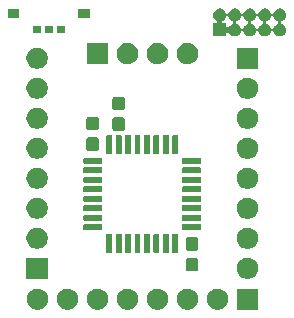
<source format=gts>
G04 #@! TF.GenerationSoftware,KiCad,Pcbnew,(5.1.5-0-10_14)*
G04 #@! TF.CreationDate,2020-04-26T19:30:02+09:00*
G04 #@! TF.ProjectId,TriCon,54726943-6f6e-42e6-9b69-6361645f7063,1.0*
G04 #@! TF.SameCoordinates,Original*
G04 #@! TF.FileFunction,Soldermask,Top*
G04 #@! TF.FilePolarity,Negative*
%FSLAX46Y46*%
G04 Gerber Fmt 4.6, Leading zero omitted, Abs format (unit mm)*
G04 Created by KiCad (PCBNEW (5.1.5-0-10_14)) date 2020-04-26 19:30:02*
%MOMM*%
%LPD*%
G04 APERTURE LIST*
%ADD10C,0.100000*%
G04 APERTURE END LIST*
D10*
G36*
X159701000Y-109801000D02*
G01*
X157899000Y-109801000D01*
X157899000Y-107999000D01*
X159701000Y-107999000D01*
X159701000Y-109801000D01*
G37*
G36*
X156373512Y-108003927D02*
G01*
X156522812Y-108033624D01*
X156686784Y-108101544D01*
X156834354Y-108200147D01*
X156959853Y-108325646D01*
X157058456Y-108473216D01*
X157126376Y-108637188D01*
X157161000Y-108811259D01*
X157161000Y-108988741D01*
X157126376Y-109162812D01*
X157058456Y-109326784D01*
X156959853Y-109474354D01*
X156834354Y-109599853D01*
X156686784Y-109698456D01*
X156522812Y-109766376D01*
X156373512Y-109796073D01*
X156348742Y-109801000D01*
X156171258Y-109801000D01*
X156146488Y-109796073D01*
X155997188Y-109766376D01*
X155833216Y-109698456D01*
X155685646Y-109599853D01*
X155560147Y-109474354D01*
X155461544Y-109326784D01*
X155393624Y-109162812D01*
X155359000Y-108988741D01*
X155359000Y-108811259D01*
X155393624Y-108637188D01*
X155461544Y-108473216D01*
X155560147Y-108325646D01*
X155685646Y-108200147D01*
X155833216Y-108101544D01*
X155997188Y-108033624D01*
X156146488Y-108003927D01*
X156171258Y-107999000D01*
X156348742Y-107999000D01*
X156373512Y-108003927D01*
G37*
G36*
X153833512Y-108003927D02*
G01*
X153982812Y-108033624D01*
X154146784Y-108101544D01*
X154294354Y-108200147D01*
X154419853Y-108325646D01*
X154518456Y-108473216D01*
X154586376Y-108637188D01*
X154621000Y-108811259D01*
X154621000Y-108988741D01*
X154586376Y-109162812D01*
X154518456Y-109326784D01*
X154419853Y-109474354D01*
X154294354Y-109599853D01*
X154146784Y-109698456D01*
X153982812Y-109766376D01*
X153833512Y-109796073D01*
X153808742Y-109801000D01*
X153631258Y-109801000D01*
X153606488Y-109796073D01*
X153457188Y-109766376D01*
X153293216Y-109698456D01*
X153145646Y-109599853D01*
X153020147Y-109474354D01*
X152921544Y-109326784D01*
X152853624Y-109162812D01*
X152819000Y-108988741D01*
X152819000Y-108811259D01*
X152853624Y-108637188D01*
X152921544Y-108473216D01*
X153020147Y-108325646D01*
X153145646Y-108200147D01*
X153293216Y-108101544D01*
X153457188Y-108033624D01*
X153606488Y-108003927D01*
X153631258Y-107999000D01*
X153808742Y-107999000D01*
X153833512Y-108003927D01*
G37*
G36*
X151293512Y-108003927D02*
G01*
X151442812Y-108033624D01*
X151606784Y-108101544D01*
X151754354Y-108200147D01*
X151879853Y-108325646D01*
X151978456Y-108473216D01*
X152046376Y-108637188D01*
X152081000Y-108811259D01*
X152081000Y-108988741D01*
X152046376Y-109162812D01*
X151978456Y-109326784D01*
X151879853Y-109474354D01*
X151754354Y-109599853D01*
X151606784Y-109698456D01*
X151442812Y-109766376D01*
X151293512Y-109796073D01*
X151268742Y-109801000D01*
X151091258Y-109801000D01*
X151066488Y-109796073D01*
X150917188Y-109766376D01*
X150753216Y-109698456D01*
X150605646Y-109599853D01*
X150480147Y-109474354D01*
X150381544Y-109326784D01*
X150313624Y-109162812D01*
X150279000Y-108988741D01*
X150279000Y-108811259D01*
X150313624Y-108637188D01*
X150381544Y-108473216D01*
X150480147Y-108325646D01*
X150605646Y-108200147D01*
X150753216Y-108101544D01*
X150917188Y-108033624D01*
X151066488Y-108003927D01*
X151091258Y-107999000D01*
X151268742Y-107999000D01*
X151293512Y-108003927D01*
G37*
G36*
X148753512Y-108003927D02*
G01*
X148902812Y-108033624D01*
X149066784Y-108101544D01*
X149214354Y-108200147D01*
X149339853Y-108325646D01*
X149438456Y-108473216D01*
X149506376Y-108637188D01*
X149541000Y-108811259D01*
X149541000Y-108988741D01*
X149506376Y-109162812D01*
X149438456Y-109326784D01*
X149339853Y-109474354D01*
X149214354Y-109599853D01*
X149066784Y-109698456D01*
X148902812Y-109766376D01*
X148753512Y-109796073D01*
X148728742Y-109801000D01*
X148551258Y-109801000D01*
X148526488Y-109796073D01*
X148377188Y-109766376D01*
X148213216Y-109698456D01*
X148065646Y-109599853D01*
X147940147Y-109474354D01*
X147841544Y-109326784D01*
X147773624Y-109162812D01*
X147739000Y-108988741D01*
X147739000Y-108811259D01*
X147773624Y-108637188D01*
X147841544Y-108473216D01*
X147940147Y-108325646D01*
X148065646Y-108200147D01*
X148213216Y-108101544D01*
X148377188Y-108033624D01*
X148526488Y-108003927D01*
X148551258Y-107999000D01*
X148728742Y-107999000D01*
X148753512Y-108003927D01*
G37*
G36*
X146213512Y-108003927D02*
G01*
X146362812Y-108033624D01*
X146526784Y-108101544D01*
X146674354Y-108200147D01*
X146799853Y-108325646D01*
X146898456Y-108473216D01*
X146966376Y-108637188D01*
X147001000Y-108811259D01*
X147001000Y-108988741D01*
X146966376Y-109162812D01*
X146898456Y-109326784D01*
X146799853Y-109474354D01*
X146674354Y-109599853D01*
X146526784Y-109698456D01*
X146362812Y-109766376D01*
X146213512Y-109796073D01*
X146188742Y-109801000D01*
X146011258Y-109801000D01*
X145986488Y-109796073D01*
X145837188Y-109766376D01*
X145673216Y-109698456D01*
X145525646Y-109599853D01*
X145400147Y-109474354D01*
X145301544Y-109326784D01*
X145233624Y-109162812D01*
X145199000Y-108988741D01*
X145199000Y-108811259D01*
X145233624Y-108637188D01*
X145301544Y-108473216D01*
X145400147Y-108325646D01*
X145525646Y-108200147D01*
X145673216Y-108101544D01*
X145837188Y-108033624D01*
X145986488Y-108003927D01*
X146011258Y-107999000D01*
X146188742Y-107999000D01*
X146213512Y-108003927D01*
G37*
G36*
X143673512Y-108003927D02*
G01*
X143822812Y-108033624D01*
X143986784Y-108101544D01*
X144134354Y-108200147D01*
X144259853Y-108325646D01*
X144358456Y-108473216D01*
X144426376Y-108637188D01*
X144461000Y-108811259D01*
X144461000Y-108988741D01*
X144426376Y-109162812D01*
X144358456Y-109326784D01*
X144259853Y-109474354D01*
X144134354Y-109599853D01*
X143986784Y-109698456D01*
X143822812Y-109766376D01*
X143673512Y-109796073D01*
X143648742Y-109801000D01*
X143471258Y-109801000D01*
X143446488Y-109796073D01*
X143297188Y-109766376D01*
X143133216Y-109698456D01*
X142985646Y-109599853D01*
X142860147Y-109474354D01*
X142761544Y-109326784D01*
X142693624Y-109162812D01*
X142659000Y-108988741D01*
X142659000Y-108811259D01*
X142693624Y-108637188D01*
X142761544Y-108473216D01*
X142860147Y-108325646D01*
X142985646Y-108200147D01*
X143133216Y-108101544D01*
X143297188Y-108033624D01*
X143446488Y-108003927D01*
X143471258Y-107999000D01*
X143648742Y-107999000D01*
X143673512Y-108003927D01*
G37*
G36*
X141133512Y-108003927D02*
G01*
X141282812Y-108033624D01*
X141446784Y-108101544D01*
X141594354Y-108200147D01*
X141719853Y-108325646D01*
X141818456Y-108473216D01*
X141886376Y-108637188D01*
X141921000Y-108811259D01*
X141921000Y-108988741D01*
X141886376Y-109162812D01*
X141818456Y-109326784D01*
X141719853Y-109474354D01*
X141594354Y-109599853D01*
X141446784Y-109698456D01*
X141282812Y-109766376D01*
X141133512Y-109796073D01*
X141108742Y-109801000D01*
X140931258Y-109801000D01*
X140906488Y-109796073D01*
X140757188Y-109766376D01*
X140593216Y-109698456D01*
X140445646Y-109599853D01*
X140320147Y-109474354D01*
X140221544Y-109326784D01*
X140153624Y-109162812D01*
X140119000Y-108988741D01*
X140119000Y-108811259D01*
X140153624Y-108637188D01*
X140221544Y-108473216D01*
X140320147Y-108325646D01*
X140445646Y-108200147D01*
X140593216Y-108101544D01*
X140757188Y-108033624D01*
X140906488Y-108003927D01*
X140931258Y-107999000D01*
X141108742Y-107999000D01*
X141133512Y-108003927D01*
G37*
G36*
X158913512Y-105383927D02*
G01*
X159062812Y-105413624D01*
X159226784Y-105481544D01*
X159374354Y-105580147D01*
X159499853Y-105705646D01*
X159598456Y-105853216D01*
X159666376Y-106017188D01*
X159701000Y-106191259D01*
X159701000Y-106368741D01*
X159666376Y-106542812D01*
X159598456Y-106706784D01*
X159499853Y-106854354D01*
X159374354Y-106979853D01*
X159226784Y-107078456D01*
X159062812Y-107146376D01*
X158913512Y-107176073D01*
X158888742Y-107181000D01*
X158711258Y-107181000D01*
X158686488Y-107176073D01*
X158537188Y-107146376D01*
X158373216Y-107078456D01*
X158225646Y-106979853D01*
X158100147Y-106854354D01*
X158001544Y-106706784D01*
X157933624Y-106542812D01*
X157899000Y-106368741D01*
X157899000Y-106191259D01*
X157933624Y-106017188D01*
X158001544Y-105853216D01*
X158100147Y-105705646D01*
X158225646Y-105580147D01*
X158373216Y-105481544D01*
X158537188Y-105413624D01*
X158686488Y-105383927D01*
X158711258Y-105379000D01*
X158888742Y-105379000D01*
X158913512Y-105383927D01*
G37*
G36*
X141901000Y-107181000D02*
G01*
X140099000Y-107181000D01*
X140099000Y-105379000D01*
X141901000Y-105379000D01*
X141901000Y-107181000D01*
G37*
G36*
X154464499Y-105403445D02*
G01*
X154501995Y-105414820D01*
X154536554Y-105433292D01*
X154566847Y-105458153D01*
X154591708Y-105488446D01*
X154610180Y-105523005D01*
X154621555Y-105560501D01*
X154626000Y-105605638D01*
X154626000Y-106344362D01*
X154621555Y-106389499D01*
X154610180Y-106426995D01*
X154591708Y-106461554D01*
X154566847Y-106491847D01*
X154536554Y-106516708D01*
X154501995Y-106535180D01*
X154464499Y-106546555D01*
X154419362Y-106551000D01*
X153780638Y-106551000D01*
X153735501Y-106546555D01*
X153698005Y-106535180D01*
X153663446Y-106516708D01*
X153633153Y-106491847D01*
X153608292Y-106461554D01*
X153589820Y-106426995D01*
X153578445Y-106389499D01*
X153574000Y-106344362D01*
X153574000Y-105605638D01*
X153578445Y-105560501D01*
X153589820Y-105523005D01*
X153608292Y-105488446D01*
X153633153Y-105458153D01*
X153663446Y-105433292D01*
X153698005Y-105414820D01*
X153735501Y-105403445D01*
X153780638Y-105399000D01*
X154419362Y-105399000D01*
X154464499Y-105403445D01*
G37*
G36*
X148900170Y-103375803D02*
G01*
X148911875Y-103379354D01*
X148922665Y-103385121D01*
X148932119Y-103392881D01*
X148939879Y-103402335D01*
X148945646Y-103413125D01*
X148949197Y-103424830D01*
X148951000Y-103443138D01*
X148951000Y-104906862D01*
X148949197Y-104925170D01*
X148945646Y-104936875D01*
X148939879Y-104947665D01*
X148932119Y-104957119D01*
X148922665Y-104964879D01*
X148911875Y-104970646D01*
X148900170Y-104974197D01*
X148881862Y-104976000D01*
X148518138Y-104976000D01*
X148499830Y-104974197D01*
X148488125Y-104970646D01*
X148477335Y-104964879D01*
X148467881Y-104957119D01*
X148460121Y-104947665D01*
X148454354Y-104936875D01*
X148450803Y-104925170D01*
X148449000Y-104906862D01*
X148449000Y-103443138D01*
X148450803Y-103424830D01*
X148454354Y-103413125D01*
X148460121Y-103402335D01*
X148467881Y-103392881D01*
X148477335Y-103385121D01*
X148488125Y-103379354D01*
X148499830Y-103375803D01*
X148518138Y-103374000D01*
X148881862Y-103374000D01*
X148900170Y-103375803D01*
G37*
G36*
X149700170Y-103375803D02*
G01*
X149711875Y-103379354D01*
X149722665Y-103385121D01*
X149732119Y-103392881D01*
X149739879Y-103402335D01*
X149745646Y-103413125D01*
X149749197Y-103424830D01*
X149751000Y-103443138D01*
X149751000Y-104906862D01*
X149749197Y-104925170D01*
X149745646Y-104936875D01*
X149739879Y-104947665D01*
X149732119Y-104957119D01*
X149722665Y-104964879D01*
X149711875Y-104970646D01*
X149700170Y-104974197D01*
X149681862Y-104976000D01*
X149318138Y-104976000D01*
X149299830Y-104974197D01*
X149288125Y-104970646D01*
X149277335Y-104964879D01*
X149267881Y-104957119D01*
X149260121Y-104947665D01*
X149254354Y-104936875D01*
X149250803Y-104925170D01*
X149249000Y-104906862D01*
X149249000Y-103443138D01*
X149250803Y-103424830D01*
X149254354Y-103413125D01*
X149260121Y-103402335D01*
X149267881Y-103392881D01*
X149277335Y-103385121D01*
X149288125Y-103379354D01*
X149299830Y-103375803D01*
X149318138Y-103374000D01*
X149681862Y-103374000D01*
X149700170Y-103375803D01*
G37*
G36*
X150500170Y-103375803D02*
G01*
X150511875Y-103379354D01*
X150522665Y-103385121D01*
X150532119Y-103392881D01*
X150539879Y-103402335D01*
X150545646Y-103413125D01*
X150549197Y-103424830D01*
X150551000Y-103443138D01*
X150551000Y-104906862D01*
X150549197Y-104925170D01*
X150545646Y-104936875D01*
X150539879Y-104947665D01*
X150532119Y-104957119D01*
X150522665Y-104964879D01*
X150511875Y-104970646D01*
X150500170Y-104974197D01*
X150481862Y-104976000D01*
X150118138Y-104976000D01*
X150099830Y-104974197D01*
X150088125Y-104970646D01*
X150077335Y-104964879D01*
X150067881Y-104957119D01*
X150060121Y-104947665D01*
X150054354Y-104936875D01*
X150050803Y-104925170D01*
X150049000Y-104906862D01*
X150049000Y-103443138D01*
X150050803Y-103424830D01*
X150054354Y-103413125D01*
X150060121Y-103402335D01*
X150067881Y-103392881D01*
X150077335Y-103385121D01*
X150088125Y-103379354D01*
X150099830Y-103375803D01*
X150118138Y-103374000D01*
X150481862Y-103374000D01*
X150500170Y-103375803D01*
G37*
G36*
X151300170Y-103375803D02*
G01*
X151311875Y-103379354D01*
X151322665Y-103385121D01*
X151332119Y-103392881D01*
X151339879Y-103402335D01*
X151345646Y-103413125D01*
X151349197Y-103424830D01*
X151351000Y-103443138D01*
X151351000Y-104906862D01*
X151349197Y-104925170D01*
X151345646Y-104936875D01*
X151339879Y-104947665D01*
X151332119Y-104957119D01*
X151322665Y-104964879D01*
X151311875Y-104970646D01*
X151300170Y-104974197D01*
X151281862Y-104976000D01*
X150918138Y-104976000D01*
X150899830Y-104974197D01*
X150888125Y-104970646D01*
X150877335Y-104964879D01*
X150867881Y-104957119D01*
X150860121Y-104947665D01*
X150854354Y-104936875D01*
X150850803Y-104925170D01*
X150849000Y-104906862D01*
X150849000Y-103443138D01*
X150850803Y-103424830D01*
X150854354Y-103413125D01*
X150860121Y-103402335D01*
X150867881Y-103392881D01*
X150877335Y-103385121D01*
X150888125Y-103379354D01*
X150899830Y-103375803D01*
X150918138Y-103374000D01*
X151281862Y-103374000D01*
X151300170Y-103375803D01*
G37*
G36*
X152100170Y-103375803D02*
G01*
X152111875Y-103379354D01*
X152122665Y-103385121D01*
X152132119Y-103392881D01*
X152139879Y-103402335D01*
X152145646Y-103413125D01*
X152149197Y-103424830D01*
X152151000Y-103443138D01*
X152151000Y-104906862D01*
X152149197Y-104925170D01*
X152145646Y-104936875D01*
X152139879Y-104947665D01*
X152132119Y-104957119D01*
X152122665Y-104964879D01*
X152111875Y-104970646D01*
X152100170Y-104974197D01*
X152081862Y-104976000D01*
X151718138Y-104976000D01*
X151699830Y-104974197D01*
X151688125Y-104970646D01*
X151677335Y-104964879D01*
X151667881Y-104957119D01*
X151660121Y-104947665D01*
X151654354Y-104936875D01*
X151650803Y-104925170D01*
X151649000Y-104906862D01*
X151649000Y-103443138D01*
X151650803Y-103424830D01*
X151654354Y-103413125D01*
X151660121Y-103402335D01*
X151667881Y-103392881D01*
X151677335Y-103385121D01*
X151688125Y-103379354D01*
X151699830Y-103375803D01*
X151718138Y-103374000D01*
X152081862Y-103374000D01*
X152100170Y-103375803D01*
G37*
G36*
X152900170Y-103375803D02*
G01*
X152911875Y-103379354D01*
X152922665Y-103385121D01*
X152932119Y-103392881D01*
X152939879Y-103402335D01*
X152945646Y-103413125D01*
X152949197Y-103424830D01*
X152951000Y-103443138D01*
X152951000Y-104906862D01*
X152949197Y-104925170D01*
X152945646Y-104936875D01*
X152939879Y-104947665D01*
X152932119Y-104957119D01*
X152922665Y-104964879D01*
X152911875Y-104970646D01*
X152900170Y-104974197D01*
X152881862Y-104976000D01*
X152518138Y-104976000D01*
X152499830Y-104974197D01*
X152488125Y-104970646D01*
X152477335Y-104964879D01*
X152467881Y-104957119D01*
X152460121Y-104947665D01*
X152454354Y-104936875D01*
X152450803Y-104925170D01*
X152449000Y-104906862D01*
X152449000Y-103443138D01*
X152450803Y-103424830D01*
X152454354Y-103413125D01*
X152460121Y-103402335D01*
X152467881Y-103392881D01*
X152477335Y-103385121D01*
X152488125Y-103379354D01*
X152499830Y-103375803D01*
X152518138Y-103374000D01*
X152881862Y-103374000D01*
X152900170Y-103375803D01*
G37*
G36*
X148100170Y-103375803D02*
G01*
X148111875Y-103379354D01*
X148122665Y-103385121D01*
X148132119Y-103392881D01*
X148139879Y-103402335D01*
X148145646Y-103413125D01*
X148149197Y-103424830D01*
X148151000Y-103443138D01*
X148151000Y-104906862D01*
X148149197Y-104925170D01*
X148145646Y-104936875D01*
X148139879Y-104947665D01*
X148132119Y-104957119D01*
X148122665Y-104964879D01*
X148111875Y-104970646D01*
X148100170Y-104974197D01*
X148081862Y-104976000D01*
X147718138Y-104976000D01*
X147699830Y-104974197D01*
X147688125Y-104970646D01*
X147677335Y-104964879D01*
X147667881Y-104957119D01*
X147660121Y-104947665D01*
X147654354Y-104936875D01*
X147650803Y-104925170D01*
X147649000Y-104906862D01*
X147649000Y-103443138D01*
X147650803Y-103424830D01*
X147654354Y-103413125D01*
X147660121Y-103402335D01*
X147667881Y-103392881D01*
X147677335Y-103385121D01*
X147688125Y-103379354D01*
X147699830Y-103375803D01*
X147718138Y-103374000D01*
X148081862Y-103374000D01*
X148100170Y-103375803D01*
G37*
G36*
X147300170Y-103375803D02*
G01*
X147311875Y-103379354D01*
X147322665Y-103385121D01*
X147332119Y-103392881D01*
X147339879Y-103402335D01*
X147345646Y-103413125D01*
X147349197Y-103424830D01*
X147351000Y-103443138D01*
X147351000Y-104906862D01*
X147349197Y-104925170D01*
X147345646Y-104936875D01*
X147339879Y-104947665D01*
X147332119Y-104957119D01*
X147322665Y-104964879D01*
X147311875Y-104970646D01*
X147300170Y-104974197D01*
X147281862Y-104976000D01*
X146918138Y-104976000D01*
X146899830Y-104974197D01*
X146888125Y-104970646D01*
X146877335Y-104964879D01*
X146867881Y-104957119D01*
X146860121Y-104947665D01*
X146854354Y-104936875D01*
X146850803Y-104925170D01*
X146849000Y-104906862D01*
X146849000Y-103443138D01*
X146850803Y-103424830D01*
X146854354Y-103413125D01*
X146860121Y-103402335D01*
X146867881Y-103392881D01*
X146877335Y-103385121D01*
X146888125Y-103379354D01*
X146899830Y-103375803D01*
X146918138Y-103374000D01*
X147281862Y-103374000D01*
X147300170Y-103375803D01*
G37*
G36*
X154464499Y-103653445D02*
G01*
X154501995Y-103664820D01*
X154536554Y-103683292D01*
X154566847Y-103708153D01*
X154591708Y-103738446D01*
X154610180Y-103773005D01*
X154621555Y-103810501D01*
X154626000Y-103855638D01*
X154626000Y-104594362D01*
X154621555Y-104639499D01*
X154610180Y-104676995D01*
X154591708Y-104711554D01*
X154566847Y-104741847D01*
X154536554Y-104766708D01*
X154501995Y-104785180D01*
X154464499Y-104796555D01*
X154419362Y-104801000D01*
X153780638Y-104801000D01*
X153735501Y-104796555D01*
X153698005Y-104785180D01*
X153663446Y-104766708D01*
X153633153Y-104741847D01*
X153608292Y-104711554D01*
X153589820Y-104676995D01*
X153578445Y-104639499D01*
X153574000Y-104594362D01*
X153574000Y-103855638D01*
X153578445Y-103810501D01*
X153589820Y-103773005D01*
X153608292Y-103738446D01*
X153633153Y-103708153D01*
X153663446Y-103683292D01*
X153698005Y-103664820D01*
X153735501Y-103653445D01*
X153780638Y-103649000D01*
X154419362Y-103649000D01*
X154464499Y-103653445D01*
G37*
G36*
X158913512Y-102843927D02*
G01*
X159062812Y-102873624D01*
X159226784Y-102941544D01*
X159374354Y-103040147D01*
X159499853Y-103165646D01*
X159598456Y-103313216D01*
X159666376Y-103477188D01*
X159701000Y-103651259D01*
X159701000Y-103828741D01*
X159666376Y-104002812D01*
X159598456Y-104166784D01*
X159499853Y-104314354D01*
X159374354Y-104439853D01*
X159226784Y-104538456D01*
X159062812Y-104606376D01*
X158913512Y-104636073D01*
X158888742Y-104641000D01*
X158711258Y-104641000D01*
X158686488Y-104636073D01*
X158537188Y-104606376D01*
X158373216Y-104538456D01*
X158225646Y-104439853D01*
X158100147Y-104314354D01*
X158001544Y-104166784D01*
X157933624Y-104002812D01*
X157899000Y-103828741D01*
X157899000Y-103651259D01*
X157933624Y-103477188D01*
X158001544Y-103313216D01*
X158100147Y-103165646D01*
X158225646Y-103040147D01*
X158373216Y-102941544D01*
X158537188Y-102873624D01*
X158686488Y-102843927D01*
X158711258Y-102839000D01*
X158888742Y-102839000D01*
X158913512Y-102843927D01*
G37*
G36*
X141113512Y-102843927D02*
G01*
X141262812Y-102873624D01*
X141426784Y-102941544D01*
X141574354Y-103040147D01*
X141699853Y-103165646D01*
X141798456Y-103313216D01*
X141866376Y-103477188D01*
X141901000Y-103651259D01*
X141901000Y-103828741D01*
X141866376Y-104002812D01*
X141798456Y-104166784D01*
X141699853Y-104314354D01*
X141574354Y-104439853D01*
X141426784Y-104538456D01*
X141262812Y-104606376D01*
X141113512Y-104636073D01*
X141088742Y-104641000D01*
X140911258Y-104641000D01*
X140886488Y-104636073D01*
X140737188Y-104606376D01*
X140573216Y-104538456D01*
X140425646Y-104439853D01*
X140300147Y-104314354D01*
X140201544Y-104166784D01*
X140133624Y-104002812D01*
X140099000Y-103828741D01*
X140099000Y-103651259D01*
X140133624Y-103477188D01*
X140201544Y-103313216D01*
X140300147Y-103165646D01*
X140425646Y-103040147D01*
X140573216Y-102941544D01*
X140737188Y-102873624D01*
X140886488Y-102843927D01*
X140911258Y-102839000D01*
X141088742Y-102839000D01*
X141113512Y-102843927D01*
G37*
G36*
X146475170Y-102550803D02*
G01*
X146486875Y-102554354D01*
X146497665Y-102560121D01*
X146507119Y-102567881D01*
X146514879Y-102577335D01*
X146520646Y-102588125D01*
X146524197Y-102599830D01*
X146526000Y-102618138D01*
X146526000Y-102981862D01*
X146524197Y-103000170D01*
X146520646Y-103011875D01*
X146514879Y-103022665D01*
X146507119Y-103032119D01*
X146497665Y-103039879D01*
X146486875Y-103045646D01*
X146475170Y-103049197D01*
X146456862Y-103051000D01*
X144993138Y-103051000D01*
X144974830Y-103049197D01*
X144963125Y-103045646D01*
X144952335Y-103039879D01*
X144942881Y-103032119D01*
X144935121Y-103022665D01*
X144929354Y-103011875D01*
X144925803Y-103000170D01*
X144924000Y-102981862D01*
X144924000Y-102618138D01*
X144925803Y-102599830D01*
X144929354Y-102588125D01*
X144935121Y-102577335D01*
X144942881Y-102567881D01*
X144952335Y-102560121D01*
X144963125Y-102554354D01*
X144974830Y-102550803D01*
X144993138Y-102549000D01*
X146456862Y-102549000D01*
X146475170Y-102550803D01*
G37*
G36*
X154825170Y-102550803D02*
G01*
X154836875Y-102554354D01*
X154847665Y-102560121D01*
X154857119Y-102567881D01*
X154864879Y-102577335D01*
X154870646Y-102588125D01*
X154874197Y-102599830D01*
X154876000Y-102618138D01*
X154876000Y-102981862D01*
X154874197Y-103000170D01*
X154870646Y-103011875D01*
X154864879Y-103022665D01*
X154857119Y-103032119D01*
X154847665Y-103039879D01*
X154836875Y-103045646D01*
X154825170Y-103049197D01*
X154806862Y-103051000D01*
X153343138Y-103051000D01*
X153324830Y-103049197D01*
X153313125Y-103045646D01*
X153302335Y-103039879D01*
X153292881Y-103032119D01*
X153285121Y-103022665D01*
X153279354Y-103011875D01*
X153275803Y-103000170D01*
X153274000Y-102981862D01*
X153274000Y-102618138D01*
X153275803Y-102599830D01*
X153279354Y-102588125D01*
X153285121Y-102577335D01*
X153292881Y-102567881D01*
X153302335Y-102560121D01*
X153313125Y-102554354D01*
X153324830Y-102550803D01*
X153343138Y-102549000D01*
X154806862Y-102549000D01*
X154825170Y-102550803D01*
G37*
G36*
X146475170Y-101750803D02*
G01*
X146486875Y-101754354D01*
X146497665Y-101760121D01*
X146507119Y-101767881D01*
X146514879Y-101777335D01*
X146520646Y-101788125D01*
X146524197Y-101799830D01*
X146526000Y-101818138D01*
X146526000Y-102181862D01*
X146524197Y-102200170D01*
X146520646Y-102211875D01*
X146514879Y-102222665D01*
X146507119Y-102232119D01*
X146497665Y-102239879D01*
X146486875Y-102245646D01*
X146475170Y-102249197D01*
X146456862Y-102251000D01*
X144993138Y-102251000D01*
X144974830Y-102249197D01*
X144963125Y-102245646D01*
X144952335Y-102239879D01*
X144942881Y-102232119D01*
X144935121Y-102222665D01*
X144929354Y-102211875D01*
X144925803Y-102200170D01*
X144924000Y-102181862D01*
X144924000Y-101818138D01*
X144925803Y-101799830D01*
X144929354Y-101788125D01*
X144935121Y-101777335D01*
X144942881Y-101767881D01*
X144952335Y-101760121D01*
X144963125Y-101754354D01*
X144974830Y-101750803D01*
X144993138Y-101749000D01*
X146456862Y-101749000D01*
X146475170Y-101750803D01*
G37*
G36*
X154825170Y-101750803D02*
G01*
X154836875Y-101754354D01*
X154847665Y-101760121D01*
X154857119Y-101767881D01*
X154864879Y-101777335D01*
X154870646Y-101788125D01*
X154874197Y-101799830D01*
X154876000Y-101818138D01*
X154876000Y-102181862D01*
X154874197Y-102200170D01*
X154870646Y-102211875D01*
X154864879Y-102222665D01*
X154857119Y-102232119D01*
X154847665Y-102239879D01*
X154836875Y-102245646D01*
X154825170Y-102249197D01*
X154806862Y-102251000D01*
X153343138Y-102251000D01*
X153324830Y-102249197D01*
X153313125Y-102245646D01*
X153302335Y-102239879D01*
X153292881Y-102232119D01*
X153285121Y-102222665D01*
X153279354Y-102211875D01*
X153275803Y-102200170D01*
X153274000Y-102181862D01*
X153274000Y-101818138D01*
X153275803Y-101799830D01*
X153279354Y-101788125D01*
X153285121Y-101777335D01*
X153292881Y-101767881D01*
X153302335Y-101760121D01*
X153313125Y-101754354D01*
X153324830Y-101750803D01*
X153343138Y-101749000D01*
X154806862Y-101749000D01*
X154825170Y-101750803D01*
G37*
G36*
X158913512Y-100303927D02*
G01*
X159062812Y-100333624D01*
X159226784Y-100401544D01*
X159374354Y-100500147D01*
X159499853Y-100625646D01*
X159598456Y-100773216D01*
X159666376Y-100937188D01*
X159701000Y-101111259D01*
X159701000Y-101288741D01*
X159666376Y-101462812D01*
X159598456Y-101626784D01*
X159499853Y-101774354D01*
X159374354Y-101899853D01*
X159226784Y-101998456D01*
X159062812Y-102066376D01*
X158913512Y-102096073D01*
X158888742Y-102101000D01*
X158711258Y-102101000D01*
X158686488Y-102096073D01*
X158537188Y-102066376D01*
X158373216Y-101998456D01*
X158225646Y-101899853D01*
X158100147Y-101774354D01*
X158001544Y-101626784D01*
X157933624Y-101462812D01*
X157899000Y-101288741D01*
X157899000Y-101111259D01*
X157933624Y-100937188D01*
X158001544Y-100773216D01*
X158100147Y-100625646D01*
X158225646Y-100500147D01*
X158373216Y-100401544D01*
X158537188Y-100333624D01*
X158686488Y-100303927D01*
X158711258Y-100299000D01*
X158888742Y-100299000D01*
X158913512Y-100303927D01*
G37*
G36*
X141113512Y-100303927D02*
G01*
X141262812Y-100333624D01*
X141426784Y-100401544D01*
X141574354Y-100500147D01*
X141699853Y-100625646D01*
X141798456Y-100773216D01*
X141866376Y-100937188D01*
X141901000Y-101111259D01*
X141901000Y-101288741D01*
X141866376Y-101462812D01*
X141798456Y-101626784D01*
X141699853Y-101774354D01*
X141574354Y-101899853D01*
X141426784Y-101998456D01*
X141262812Y-102066376D01*
X141113512Y-102096073D01*
X141088742Y-102101000D01*
X140911258Y-102101000D01*
X140886488Y-102096073D01*
X140737188Y-102066376D01*
X140573216Y-101998456D01*
X140425646Y-101899853D01*
X140300147Y-101774354D01*
X140201544Y-101626784D01*
X140133624Y-101462812D01*
X140099000Y-101288741D01*
X140099000Y-101111259D01*
X140133624Y-100937188D01*
X140201544Y-100773216D01*
X140300147Y-100625646D01*
X140425646Y-100500147D01*
X140573216Y-100401544D01*
X140737188Y-100333624D01*
X140886488Y-100303927D01*
X140911258Y-100299000D01*
X141088742Y-100299000D01*
X141113512Y-100303927D01*
G37*
G36*
X154825170Y-100950803D02*
G01*
X154836875Y-100954354D01*
X154847665Y-100960121D01*
X154857119Y-100967881D01*
X154864879Y-100977335D01*
X154870646Y-100988125D01*
X154874197Y-100999830D01*
X154876000Y-101018138D01*
X154876000Y-101381862D01*
X154874197Y-101400170D01*
X154870646Y-101411875D01*
X154864879Y-101422665D01*
X154857119Y-101432119D01*
X154847665Y-101439879D01*
X154836875Y-101445646D01*
X154825170Y-101449197D01*
X154806862Y-101451000D01*
X153343138Y-101451000D01*
X153324830Y-101449197D01*
X153313125Y-101445646D01*
X153302335Y-101439879D01*
X153292881Y-101432119D01*
X153285121Y-101422665D01*
X153279354Y-101411875D01*
X153275803Y-101400170D01*
X153274000Y-101381862D01*
X153274000Y-101018138D01*
X153275803Y-100999830D01*
X153279354Y-100988125D01*
X153285121Y-100977335D01*
X153292881Y-100967881D01*
X153302335Y-100960121D01*
X153313125Y-100954354D01*
X153324830Y-100950803D01*
X153343138Y-100949000D01*
X154806862Y-100949000D01*
X154825170Y-100950803D01*
G37*
G36*
X146475170Y-100950803D02*
G01*
X146486875Y-100954354D01*
X146497665Y-100960121D01*
X146507119Y-100967881D01*
X146514879Y-100977335D01*
X146520646Y-100988125D01*
X146524197Y-100999830D01*
X146526000Y-101018138D01*
X146526000Y-101381862D01*
X146524197Y-101400170D01*
X146520646Y-101411875D01*
X146514879Y-101422665D01*
X146507119Y-101432119D01*
X146497665Y-101439879D01*
X146486875Y-101445646D01*
X146475170Y-101449197D01*
X146456862Y-101451000D01*
X144993138Y-101451000D01*
X144974830Y-101449197D01*
X144963125Y-101445646D01*
X144952335Y-101439879D01*
X144942881Y-101432119D01*
X144935121Y-101422665D01*
X144929354Y-101411875D01*
X144925803Y-101400170D01*
X144924000Y-101381862D01*
X144924000Y-101018138D01*
X144925803Y-100999830D01*
X144929354Y-100988125D01*
X144935121Y-100977335D01*
X144942881Y-100967881D01*
X144952335Y-100960121D01*
X144963125Y-100954354D01*
X144974830Y-100950803D01*
X144993138Y-100949000D01*
X146456862Y-100949000D01*
X146475170Y-100950803D01*
G37*
G36*
X154825170Y-100150803D02*
G01*
X154836875Y-100154354D01*
X154847665Y-100160121D01*
X154857119Y-100167881D01*
X154864879Y-100177335D01*
X154870646Y-100188125D01*
X154874197Y-100199830D01*
X154876000Y-100218138D01*
X154876000Y-100581862D01*
X154874197Y-100600170D01*
X154870646Y-100611875D01*
X154864879Y-100622665D01*
X154857119Y-100632119D01*
X154847665Y-100639879D01*
X154836875Y-100645646D01*
X154825170Y-100649197D01*
X154806862Y-100651000D01*
X153343138Y-100651000D01*
X153324830Y-100649197D01*
X153313125Y-100645646D01*
X153302335Y-100639879D01*
X153292881Y-100632119D01*
X153285121Y-100622665D01*
X153279354Y-100611875D01*
X153275803Y-100600170D01*
X153274000Y-100581862D01*
X153274000Y-100218138D01*
X153275803Y-100199830D01*
X153279354Y-100188125D01*
X153285121Y-100177335D01*
X153292881Y-100167881D01*
X153302335Y-100160121D01*
X153313125Y-100154354D01*
X153324830Y-100150803D01*
X153343138Y-100149000D01*
X154806862Y-100149000D01*
X154825170Y-100150803D01*
G37*
G36*
X146475170Y-100150803D02*
G01*
X146486875Y-100154354D01*
X146497665Y-100160121D01*
X146507119Y-100167881D01*
X146514879Y-100177335D01*
X146520646Y-100188125D01*
X146524197Y-100199830D01*
X146526000Y-100218138D01*
X146526000Y-100581862D01*
X146524197Y-100600170D01*
X146520646Y-100611875D01*
X146514879Y-100622665D01*
X146507119Y-100632119D01*
X146497665Y-100639879D01*
X146486875Y-100645646D01*
X146475170Y-100649197D01*
X146456862Y-100651000D01*
X144993138Y-100651000D01*
X144974830Y-100649197D01*
X144963125Y-100645646D01*
X144952335Y-100639879D01*
X144942881Y-100632119D01*
X144935121Y-100622665D01*
X144929354Y-100611875D01*
X144925803Y-100600170D01*
X144924000Y-100581862D01*
X144924000Y-100218138D01*
X144925803Y-100199830D01*
X144929354Y-100188125D01*
X144935121Y-100177335D01*
X144942881Y-100167881D01*
X144952335Y-100160121D01*
X144963125Y-100154354D01*
X144974830Y-100150803D01*
X144993138Y-100149000D01*
X146456862Y-100149000D01*
X146475170Y-100150803D01*
G37*
G36*
X154825170Y-99350803D02*
G01*
X154836875Y-99354354D01*
X154847665Y-99360121D01*
X154857119Y-99367881D01*
X154864879Y-99377335D01*
X154870646Y-99388125D01*
X154874197Y-99399830D01*
X154876000Y-99418138D01*
X154876000Y-99781862D01*
X154874197Y-99800170D01*
X154870646Y-99811875D01*
X154864879Y-99822665D01*
X154857119Y-99832119D01*
X154847665Y-99839879D01*
X154836875Y-99845646D01*
X154825170Y-99849197D01*
X154806862Y-99851000D01*
X153343138Y-99851000D01*
X153324830Y-99849197D01*
X153313125Y-99845646D01*
X153302335Y-99839879D01*
X153292881Y-99832119D01*
X153285121Y-99822665D01*
X153279354Y-99811875D01*
X153275803Y-99800170D01*
X153274000Y-99781862D01*
X153274000Y-99418138D01*
X153275803Y-99399830D01*
X153279354Y-99388125D01*
X153285121Y-99377335D01*
X153292881Y-99367881D01*
X153302335Y-99360121D01*
X153313125Y-99354354D01*
X153324830Y-99350803D01*
X153343138Y-99349000D01*
X154806862Y-99349000D01*
X154825170Y-99350803D01*
G37*
G36*
X146475170Y-99350803D02*
G01*
X146486875Y-99354354D01*
X146497665Y-99360121D01*
X146507119Y-99367881D01*
X146514879Y-99377335D01*
X146520646Y-99388125D01*
X146524197Y-99399830D01*
X146526000Y-99418138D01*
X146526000Y-99781862D01*
X146524197Y-99800170D01*
X146520646Y-99811875D01*
X146514879Y-99822665D01*
X146507119Y-99832119D01*
X146497665Y-99839879D01*
X146486875Y-99845646D01*
X146475170Y-99849197D01*
X146456862Y-99851000D01*
X144993138Y-99851000D01*
X144974830Y-99849197D01*
X144963125Y-99845646D01*
X144952335Y-99839879D01*
X144942881Y-99832119D01*
X144935121Y-99822665D01*
X144929354Y-99811875D01*
X144925803Y-99800170D01*
X144924000Y-99781862D01*
X144924000Y-99418138D01*
X144925803Y-99399830D01*
X144929354Y-99388125D01*
X144935121Y-99377335D01*
X144942881Y-99367881D01*
X144952335Y-99360121D01*
X144963125Y-99354354D01*
X144974830Y-99350803D01*
X144993138Y-99349000D01*
X146456862Y-99349000D01*
X146475170Y-99350803D01*
G37*
G36*
X141113512Y-97763927D02*
G01*
X141262812Y-97793624D01*
X141426784Y-97861544D01*
X141574354Y-97960147D01*
X141699853Y-98085646D01*
X141798456Y-98233216D01*
X141866376Y-98397188D01*
X141896073Y-98546488D01*
X141897638Y-98554354D01*
X141901000Y-98571259D01*
X141901000Y-98748741D01*
X141866376Y-98922812D01*
X141798456Y-99086784D01*
X141699853Y-99234354D01*
X141574354Y-99359853D01*
X141426784Y-99458456D01*
X141262812Y-99526376D01*
X141113512Y-99556073D01*
X141088742Y-99561000D01*
X140911258Y-99561000D01*
X140886488Y-99556073D01*
X140737188Y-99526376D01*
X140573216Y-99458456D01*
X140425646Y-99359853D01*
X140300147Y-99234354D01*
X140201544Y-99086784D01*
X140133624Y-98922812D01*
X140099000Y-98748741D01*
X140099000Y-98571259D01*
X140102363Y-98554354D01*
X140103927Y-98546488D01*
X140133624Y-98397188D01*
X140201544Y-98233216D01*
X140300147Y-98085646D01*
X140425646Y-97960147D01*
X140573216Y-97861544D01*
X140737188Y-97793624D01*
X140886488Y-97763927D01*
X140911258Y-97759000D01*
X141088742Y-97759000D01*
X141113512Y-97763927D01*
G37*
G36*
X158913512Y-97763927D02*
G01*
X159062812Y-97793624D01*
X159226784Y-97861544D01*
X159374354Y-97960147D01*
X159499853Y-98085646D01*
X159598456Y-98233216D01*
X159666376Y-98397188D01*
X159696073Y-98546488D01*
X159697638Y-98554354D01*
X159701000Y-98571259D01*
X159701000Y-98748741D01*
X159666376Y-98922812D01*
X159598456Y-99086784D01*
X159499853Y-99234354D01*
X159374354Y-99359853D01*
X159226784Y-99458456D01*
X159062812Y-99526376D01*
X158913512Y-99556073D01*
X158888742Y-99561000D01*
X158711258Y-99561000D01*
X158686488Y-99556073D01*
X158537188Y-99526376D01*
X158373216Y-99458456D01*
X158225646Y-99359853D01*
X158100147Y-99234354D01*
X158001544Y-99086784D01*
X157933624Y-98922812D01*
X157899000Y-98748741D01*
X157899000Y-98571259D01*
X157902363Y-98554354D01*
X157903927Y-98546488D01*
X157933624Y-98397188D01*
X158001544Y-98233216D01*
X158100147Y-98085646D01*
X158225646Y-97960147D01*
X158373216Y-97861544D01*
X158537188Y-97793624D01*
X158686488Y-97763927D01*
X158711258Y-97759000D01*
X158888742Y-97759000D01*
X158913512Y-97763927D01*
G37*
G36*
X146475170Y-98550803D02*
G01*
X146486875Y-98554354D01*
X146497665Y-98560121D01*
X146507119Y-98567881D01*
X146514879Y-98577335D01*
X146520646Y-98588125D01*
X146524197Y-98599830D01*
X146526000Y-98618138D01*
X146526000Y-98981862D01*
X146524197Y-99000170D01*
X146520646Y-99011875D01*
X146514879Y-99022665D01*
X146507119Y-99032119D01*
X146497665Y-99039879D01*
X146486875Y-99045646D01*
X146475170Y-99049197D01*
X146456862Y-99051000D01*
X144993138Y-99051000D01*
X144974830Y-99049197D01*
X144963125Y-99045646D01*
X144952335Y-99039879D01*
X144942881Y-99032119D01*
X144935121Y-99022665D01*
X144929354Y-99011875D01*
X144925803Y-99000170D01*
X144924000Y-98981862D01*
X144924000Y-98618138D01*
X144925803Y-98599830D01*
X144929354Y-98588125D01*
X144935121Y-98577335D01*
X144942881Y-98567881D01*
X144952335Y-98560121D01*
X144963125Y-98554354D01*
X144974830Y-98550803D01*
X144993138Y-98549000D01*
X146456862Y-98549000D01*
X146475170Y-98550803D01*
G37*
G36*
X154825170Y-98550803D02*
G01*
X154836875Y-98554354D01*
X154847665Y-98560121D01*
X154857119Y-98567881D01*
X154864879Y-98577335D01*
X154870646Y-98588125D01*
X154874197Y-98599830D01*
X154876000Y-98618138D01*
X154876000Y-98981862D01*
X154874197Y-99000170D01*
X154870646Y-99011875D01*
X154864879Y-99022665D01*
X154857119Y-99032119D01*
X154847665Y-99039879D01*
X154836875Y-99045646D01*
X154825170Y-99049197D01*
X154806862Y-99051000D01*
X153343138Y-99051000D01*
X153324830Y-99049197D01*
X153313125Y-99045646D01*
X153302335Y-99039879D01*
X153292881Y-99032119D01*
X153285121Y-99022665D01*
X153279354Y-99011875D01*
X153275803Y-99000170D01*
X153274000Y-98981862D01*
X153274000Y-98618138D01*
X153275803Y-98599830D01*
X153279354Y-98588125D01*
X153285121Y-98577335D01*
X153292881Y-98567881D01*
X153302335Y-98560121D01*
X153313125Y-98554354D01*
X153324830Y-98550803D01*
X153343138Y-98549000D01*
X154806862Y-98549000D01*
X154825170Y-98550803D01*
G37*
G36*
X154825170Y-97750803D02*
G01*
X154836875Y-97754354D01*
X154847665Y-97760121D01*
X154857119Y-97767881D01*
X154864879Y-97777335D01*
X154870646Y-97788125D01*
X154874197Y-97799830D01*
X154876000Y-97818138D01*
X154876000Y-98181862D01*
X154874197Y-98200170D01*
X154870646Y-98211875D01*
X154864879Y-98222665D01*
X154857119Y-98232119D01*
X154847665Y-98239879D01*
X154836875Y-98245646D01*
X154825170Y-98249197D01*
X154806862Y-98251000D01*
X153343138Y-98251000D01*
X153324830Y-98249197D01*
X153313125Y-98245646D01*
X153302335Y-98239879D01*
X153292881Y-98232119D01*
X153285121Y-98222665D01*
X153279354Y-98211875D01*
X153275803Y-98200170D01*
X153274000Y-98181862D01*
X153274000Y-97818138D01*
X153275803Y-97799830D01*
X153279354Y-97788125D01*
X153285121Y-97777335D01*
X153292881Y-97767881D01*
X153302335Y-97760121D01*
X153313125Y-97754354D01*
X153324830Y-97750803D01*
X153343138Y-97749000D01*
X154806862Y-97749000D01*
X154825170Y-97750803D01*
G37*
G36*
X146475170Y-97750803D02*
G01*
X146486875Y-97754354D01*
X146497665Y-97760121D01*
X146507119Y-97767881D01*
X146514879Y-97777335D01*
X146520646Y-97788125D01*
X146524197Y-97799830D01*
X146526000Y-97818138D01*
X146526000Y-98181862D01*
X146524197Y-98200170D01*
X146520646Y-98211875D01*
X146514879Y-98222665D01*
X146507119Y-98232119D01*
X146497665Y-98239879D01*
X146486875Y-98245646D01*
X146475170Y-98249197D01*
X146456862Y-98251000D01*
X144993138Y-98251000D01*
X144974830Y-98249197D01*
X144963125Y-98245646D01*
X144952335Y-98239879D01*
X144942881Y-98232119D01*
X144935121Y-98222665D01*
X144929354Y-98211875D01*
X144925803Y-98200170D01*
X144924000Y-98181862D01*
X144924000Y-97818138D01*
X144925803Y-97799830D01*
X144929354Y-97788125D01*
X144935121Y-97777335D01*
X144942881Y-97767881D01*
X144952335Y-97760121D01*
X144963125Y-97754354D01*
X144974830Y-97750803D01*
X144993138Y-97749000D01*
X146456862Y-97749000D01*
X146475170Y-97750803D01*
G37*
G36*
X146475170Y-96950803D02*
G01*
X146486875Y-96954354D01*
X146497665Y-96960121D01*
X146507119Y-96967881D01*
X146514879Y-96977335D01*
X146520646Y-96988125D01*
X146524197Y-96999830D01*
X146526000Y-97018138D01*
X146526000Y-97381862D01*
X146524197Y-97400170D01*
X146520646Y-97411875D01*
X146514879Y-97422665D01*
X146507119Y-97432119D01*
X146497665Y-97439879D01*
X146486875Y-97445646D01*
X146475170Y-97449197D01*
X146456862Y-97451000D01*
X144993138Y-97451000D01*
X144974830Y-97449197D01*
X144963125Y-97445646D01*
X144952335Y-97439879D01*
X144942881Y-97432119D01*
X144935121Y-97422665D01*
X144929354Y-97411875D01*
X144925803Y-97400170D01*
X144924000Y-97381862D01*
X144924000Y-97018138D01*
X144925803Y-96999830D01*
X144929354Y-96988125D01*
X144935121Y-96977335D01*
X144942881Y-96967881D01*
X144952335Y-96960121D01*
X144963125Y-96954354D01*
X144974830Y-96950803D01*
X144993138Y-96949000D01*
X146456862Y-96949000D01*
X146475170Y-96950803D01*
G37*
G36*
X154825170Y-96950803D02*
G01*
X154836875Y-96954354D01*
X154847665Y-96960121D01*
X154857119Y-96967881D01*
X154864879Y-96977335D01*
X154870646Y-96988125D01*
X154874197Y-96999830D01*
X154876000Y-97018138D01*
X154876000Y-97381862D01*
X154874197Y-97400170D01*
X154870646Y-97411875D01*
X154864879Y-97422665D01*
X154857119Y-97432119D01*
X154847665Y-97439879D01*
X154836875Y-97445646D01*
X154825170Y-97449197D01*
X154806862Y-97451000D01*
X153343138Y-97451000D01*
X153324830Y-97449197D01*
X153313125Y-97445646D01*
X153302335Y-97439879D01*
X153292881Y-97432119D01*
X153285121Y-97422665D01*
X153279354Y-97411875D01*
X153275803Y-97400170D01*
X153274000Y-97381862D01*
X153274000Y-97018138D01*
X153275803Y-96999830D01*
X153279354Y-96988125D01*
X153285121Y-96977335D01*
X153292881Y-96967881D01*
X153302335Y-96960121D01*
X153313125Y-96954354D01*
X153324830Y-96950803D01*
X153343138Y-96949000D01*
X154806862Y-96949000D01*
X154825170Y-96950803D01*
G37*
G36*
X158913512Y-95223927D02*
G01*
X159062812Y-95253624D01*
X159226784Y-95321544D01*
X159374354Y-95420147D01*
X159499853Y-95545646D01*
X159598456Y-95693216D01*
X159666376Y-95857188D01*
X159701000Y-96031259D01*
X159701000Y-96208741D01*
X159666376Y-96382812D01*
X159598456Y-96546784D01*
X159499853Y-96694354D01*
X159374354Y-96819853D01*
X159226784Y-96918456D01*
X159062812Y-96986376D01*
X158913512Y-97016073D01*
X158888742Y-97021000D01*
X158711258Y-97021000D01*
X158686488Y-97016073D01*
X158537188Y-96986376D01*
X158373216Y-96918456D01*
X158225646Y-96819853D01*
X158100147Y-96694354D01*
X158001544Y-96546784D01*
X157933624Y-96382812D01*
X157899000Y-96208741D01*
X157899000Y-96031259D01*
X157933624Y-95857188D01*
X158001544Y-95693216D01*
X158100147Y-95545646D01*
X158225646Y-95420147D01*
X158373216Y-95321544D01*
X158537188Y-95253624D01*
X158686488Y-95223927D01*
X158711258Y-95219000D01*
X158888742Y-95219000D01*
X158913512Y-95223927D01*
G37*
G36*
X141113512Y-95223927D02*
G01*
X141262812Y-95253624D01*
X141426784Y-95321544D01*
X141574354Y-95420147D01*
X141699853Y-95545646D01*
X141798456Y-95693216D01*
X141866376Y-95857188D01*
X141901000Y-96031259D01*
X141901000Y-96208741D01*
X141866376Y-96382812D01*
X141798456Y-96546784D01*
X141699853Y-96694354D01*
X141574354Y-96819853D01*
X141426784Y-96918456D01*
X141262812Y-96986376D01*
X141113512Y-97016073D01*
X141088742Y-97021000D01*
X140911258Y-97021000D01*
X140886488Y-97016073D01*
X140737188Y-96986376D01*
X140573216Y-96918456D01*
X140425646Y-96819853D01*
X140300147Y-96694354D01*
X140201544Y-96546784D01*
X140133624Y-96382812D01*
X140099000Y-96208741D01*
X140099000Y-96031259D01*
X140133624Y-95857188D01*
X140201544Y-95693216D01*
X140300147Y-95545646D01*
X140425646Y-95420147D01*
X140573216Y-95321544D01*
X140737188Y-95253624D01*
X140886488Y-95223927D01*
X140911258Y-95219000D01*
X141088742Y-95219000D01*
X141113512Y-95223927D01*
G37*
G36*
X150500170Y-95025803D02*
G01*
X150511875Y-95029354D01*
X150522665Y-95035121D01*
X150532119Y-95042881D01*
X150539879Y-95052335D01*
X150545646Y-95063125D01*
X150549197Y-95074830D01*
X150551000Y-95093138D01*
X150551000Y-96556862D01*
X150549197Y-96575170D01*
X150545646Y-96586875D01*
X150539879Y-96597665D01*
X150532119Y-96607119D01*
X150522665Y-96614879D01*
X150511875Y-96620646D01*
X150500170Y-96624197D01*
X150481862Y-96626000D01*
X150118138Y-96626000D01*
X150099830Y-96624197D01*
X150088125Y-96620646D01*
X150077335Y-96614879D01*
X150067881Y-96607119D01*
X150060121Y-96597665D01*
X150054354Y-96586875D01*
X150050803Y-96575170D01*
X150049000Y-96556862D01*
X150049000Y-95093138D01*
X150050803Y-95074830D01*
X150054354Y-95063125D01*
X150060121Y-95052335D01*
X150067881Y-95042881D01*
X150077335Y-95035121D01*
X150088125Y-95029354D01*
X150099830Y-95025803D01*
X150118138Y-95024000D01*
X150481862Y-95024000D01*
X150500170Y-95025803D01*
G37*
G36*
X151300170Y-95025803D02*
G01*
X151311875Y-95029354D01*
X151322665Y-95035121D01*
X151332119Y-95042881D01*
X151339879Y-95052335D01*
X151345646Y-95063125D01*
X151349197Y-95074830D01*
X151351000Y-95093138D01*
X151351000Y-96556862D01*
X151349197Y-96575170D01*
X151345646Y-96586875D01*
X151339879Y-96597665D01*
X151332119Y-96607119D01*
X151322665Y-96614879D01*
X151311875Y-96620646D01*
X151300170Y-96624197D01*
X151281862Y-96626000D01*
X150918138Y-96626000D01*
X150899830Y-96624197D01*
X150888125Y-96620646D01*
X150877335Y-96614879D01*
X150867881Y-96607119D01*
X150860121Y-96597665D01*
X150854354Y-96586875D01*
X150850803Y-96575170D01*
X150849000Y-96556862D01*
X150849000Y-95093138D01*
X150850803Y-95074830D01*
X150854354Y-95063125D01*
X150860121Y-95052335D01*
X150867881Y-95042881D01*
X150877335Y-95035121D01*
X150888125Y-95029354D01*
X150899830Y-95025803D01*
X150918138Y-95024000D01*
X151281862Y-95024000D01*
X151300170Y-95025803D01*
G37*
G36*
X152100170Y-95025803D02*
G01*
X152111875Y-95029354D01*
X152122665Y-95035121D01*
X152132119Y-95042881D01*
X152139879Y-95052335D01*
X152145646Y-95063125D01*
X152149197Y-95074830D01*
X152151000Y-95093138D01*
X152151000Y-96556862D01*
X152149197Y-96575170D01*
X152145646Y-96586875D01*
X152139879Y-96597665D01*
X152132119Y-96607119D01*
X152122665Y-96614879D01*
X152111875Y-96620646D01*
X152100170Y-96624197D01*
X152081862Y-96626000D01*
X151718138Y-96626000D01*
X151699830Y-96624197D01*
X151688125Y-96620646D01*
X151677335Y-96614879D01*
X151667881Y-96607119D01*
X151660121Y-96597665D01*
X151654354Y-96586875D01*
X151650803Y-96575170D01*
X151649000Y-96556862D01*
X151649000Y-95093138D01*
X151650803Y-95074830D01*
X151654354Y-95063125D01*
X151660121Y-95052335D01*
X151667881Y-95042881D01*
X151677335Y-95035121D01*
X151688125Y-95029354D01*
X151699830Y-95025803D01*
X151718138Y-95024000D01*
X152081862Y-95024000D01*
X152100170Y-95025803D01*
G37*
G36*
X152900170Y-95025803D02*
G01*
X152911875Y-95029354D01*
X152922665Y-95035121D01*
X152932119Y-95042881D01*
X152939879Y-95052335D01*
X152945646Y-95063125D01*
X152949197Y-95074830D01*
X152951000Y-95093138D01*
X152951000Y-96556862D01*
X152949197Y-96575170D01*
X152945646Y-96586875D01*
X152939879Y-96597665D01*
X152932119Y-96607119D01*
X152922665Y-96614879D01*
X152911875Y-96620646D01*
X152900170Y-96624197D01*
X152881862Y-96626000D01*
X152518138Y-96626000D01*
X152499830Y-96624197D01*
X152488125Y-96620646D01*
X152477335Y-96614879D01*
X152467881Y-96607119D01*
X152460121Y-96597665D01*
X152454354Y-96586875D01*
X152450803Y-96575170D01*
X152449000Y-96556862D01*
X152449000Y-95093138D01*
X152450803Y-95074830D01*
X152454354Y-95063125D01*
X152460121Y-95052335D01*
X152467881Y-95042881D01*
X152477335Y-95035121D01*
X152488125Y-95029354D01*
X152499830Y-95025803D01*
X152518138Y-95024000D01*
X152881862Y-95024000D01*
X152900170Y-95025803D01*
G37*
G36*
X149700170Y-95025803D02*
G01*
X149711875Y-95029354D01*
X149722665Y-95035121D01*
X149732119Y-95042881D01*
X149739879Y-95052335D01*
X149745646Y-95063125D01*
X149749197Y-95074830D01*
X149751000Y-95093138D01*
X149751000Y-96556862D01*
X149749197Y-96575170D01*
X149745646Y-96586875D01*
X149739879Y-96597665D01*
X149732119Y-96607119D01*
X149722665Y-96614879D01*
X149711875Y-96620646D01*
X149700170Y-96624197D01*
X149681862Y-96626000D01*
X149318138Y-96626000D01*
X149299830Y-96624197D01*
X149288125Y-96620646D01*
X149277335Y-96614879D01*
X149267881Y-96607119D01*
X149260121Y-96597665D01*
X149254354Y-96586875D01*
X149250803Y-96575170D01*
X149249000Y-96556862D01*
X149249000Y-95093138D01*
X149250803Y-95074830D01*
X149254354Y-95063125D01*
X149260121Y-95052335D01*
X149267881Y-95042881D01*
X149277335Y-95035121D01*
X149288125Y-95029354D01*
X149299830Y-95025803D01*
X149318138Y-95024000D01*
X149681862Y-95024000D01*
X149700170Y-95025803D01*
G37*
G36*
X148900170Y-95025803D02*
G01*
X148911875Y-95029354D01*
X148922665Y-95035121D01*
X148932119Y-95042881D01*
X148939879Y-95052335D01*
X148945646Y-95063125D01*
X148949197Y-95074830D01*
X148951000Y-95093138D01*
X148951000Y-96556862D01*
X148949197Y-96575170D01*
X148945646Y-96586875D01*
X148939879Y-96597665D01*
X148932119Y-96607119D01*
X148922665Y-96614879D01*
X148911875Y-96620646D01*
X148900170Y-96624197D01*
X148881862Y-96626000D01*
X148518138Y-96626000D01*
X148499830Y-96624197D01*
X148488125Y-96620646D01*
X148477335Y-96614879D01*
X148467881Y-96607119D01*
X148460121Y-96597665D01*
X148454354Y-96586875D01*
X148450803Y-96575170D01*
X148449000Y-96556862D01*
X148449000Y-95093138D01*
X148450803Y-95074830D01*
X148454354Y-95063125D01*
X148460121Y-95052335D01*
X148467881Y-95042881D01*
X148477335Y-95035121D01*
X148488125Y-95029354D01*
X148499830Y-95025803D01*
X148518138Y-95024000D01*
X148881862Y-95024000D01*
X148900170Y-95025803D01*
G37*
G36*
X148100170Y-95025803D02*
G01*
X148111875Y-95029354D01*
X148122665Y-95035121D01*
X148132119Y-95042881D01*
X148139879Y-95052335D01*
X148145646Y-95063125D01*
X148149197Y-95074830D01*
X148151000Y-95093138D01*
X148151000Y-96556862D01*
X148149197Y-96575170D01*
X148145646Y-96586875D01*
X148139879Y-96597665D01*
X148132119Y-96607119D01*
X148122665Y-96614879D01*
X148111875Y-96620646D01*
X148100170Y-96624197D01*
X148081862Y-96626000D01*
X147718138Y-96626000D01*
X147699830Y-96624197D01*
X147688125Y-96620646D01*
X147677335Y-96614879D01*
X147667881Y-96607119D01*
X147660121Y-96597665D01*
X147654354Y-96586875D01*
X147650803Y-96575170D01*
X147649000Y-96556862D01*
X147649000Y-95093138D01*
X147650803Y-95074830D01*
X147654354Y-95063125D01*
X147660121Y-95052335D01*
X147667881Y-95042881D01*
X147677335Y-95035121D01*
X147688125Y-95029354D01*
X147699830Y-95025803D01*
X147718138Y-95024000D01*
X148081862Y-95024000D01*
X148100170Y-95025803D01*
G37*
G36*
X147300170Y-95025803D02*
G01*
X147311875Y-95029354D01*
X147322665Y-95035121D01*
X147332119Y-95042881D01*
X147339879Y-95052335D01*
X147345646Y-95063125D01*
X147349197Y-95074830D01*
X147351000Y-95093138D01*
X147351000Y-96556862D01*
X147349197Y-96575170D01*
X147345646Y-96586875D01*
X147339879Y-96597665D01*
X147332119Y-96607119D01*
X147322665Y-96614879D01*
X147311875Y-96620646D01*
X147300170Y-96624197D01*
X147281862Y-96626000D01*
X146918138Y-96626000D01*
X146899830Y-96624197D01*
X146888125Y-96620646D01*
X146877335Y-96614879D01*
X146867881Y-96607119D01*
X146860121Y-96597665D01*
X146854354Y-96586875D01*
X146850803Y-96575170D01*
X146849000Y-96556862D01*
X146849000Y-95093138D01*
X146850803Y-95074830D01*
X146854354Y-95063125D01*
X146860121Y-95052335D01*
X146867881Y-95042881D01*
X146877335Y-95035121D01*
X146888125Y-95029354D01*
X146899830Y-95025803D01*
X146918138Y-95024000D01*
X147281862Y-95024000D01*
X147300170Y-95025803D01*
G37*
G36*
X146064499Y-95203445D02*
G01*
X146101995Y-95214820D01*
X146136554Y-95233292D01*
X146166847Y-95258153D01*
X146191708Y-95288446D01*
X146210180Y-95323005D01*
X146221555Y-95360501D01*
X146226000Y-95405638D01*
X146226000Y-96144362D01*
X146221555Y-96189499D01*
X146210180Y-96226995D01*
X146191708Y-96261554D01*
X146166847Y-96291847D01*
X146136554Y-96316708D01*
X146101995Y-96335180D01*
X146064499Y-96346555D01*
X146019362Y-96351000D01*
X145380638Y-96351000D01*
X145335501Y-96346555D01*
X145298005Y-96335180D01*
X145263446Y-96316708D01*
X145233153Y-96291847D01*
X145208292Y-96261554D01*
X145189820Y-96226995D01*
X145178445Y-96189499D01*
X145174000Y-96144362D01*
X145174000Y-95405638D01*
X145178445Y-95360501D01*
X145189820Y-95323005D01*
X145208292Y-95288446D01*
X145233153Y-95258153D01*
X145263446Y-95233292D01*
X145298005Y-95214820D01*
X145335501Y-95203445D01*
X145380638Y-95199000D01*
X146019362Y-95199000D01*
X146064499Y-95203445D01*
G37*
G36*
X148264499Y-93503445D02*
G01*
X148301995Y-93514820D01*
X148336554Y-93533292D01*
X148366847Y-93558153D01*
X148391708Y-93588446D01*
X148410180Y-93623005D01*
X148421555Y-93660501D01*
X148426000Y-93705638D01*
X148426000Y-94444362D01*
X148421555Y-94489499D01*
X148410180Y-94526995D01*
X148391708Y-94561554D01*
X148366847Y-94591847D01*
X148336554Y-94616708D01*
X148301995Y-94635180D01*
X148264499Y-94646555D01*
X148219362Y-94651000D01*
X147580638Y-94651000D01*
X147535501Y-94646555D01*
X147498005Y-94635180D01*
X147463446Y-94616708D01*
X147433153Y-94591847D01*
X147408292Y-94561554D01*
X147389820Y-94526995D01*
X147378445Y-94489499D01*
X147374000Y-94444362D01*
X147374000Y-93705638D01*
X147378445Y-93660501D01*
X147389820Y-93623005D01*
X147408292Y-93588446D01*
X147433153Y-93558153D01*
X147463446Y-93533292D01*
X147498005Y-93514820D01*
X147535501Y-93503445D01*
X147580638Y-93499000D01*
X148219362Y-93499000D01*
X148264499Y-93503445D01*
G37*
G36*
X146064499Y-93453445D02*
G01*
X146101995Y-93464820D01*
X146136554Y-93483292D01*
X146166847Y-93508153D01*
X146191708Y-93538446D01*
X146210180Y-93573005D01*
X146221555Y-93610501D01*
X146226000Y-93655638D01*
X146226000Y-94394362D01*
X146221555Y-94439499D01*
X146210180Y-94476995D01*
X146191708Y-94511554D01*
X146166847Y-94541847D01*
X146136554Y-94566708D01*
X146101995Y-94585180D01*
X146064499Y-94596555D01*
X146019362Y-94601000D01*
X145380638Y-94601000D01*
X145335501Y-94596555D01*
X145298005Y-94585180D01*
X145263446Y-94566708D01*
X145233153Y-94541847D01*
X145208292Y-94511554D01*
X145189820Y-94476995D01*
X145178445Y-94439499D01*
X145174000Y-94394362D01*
X145174000Y-93655638D01*
X145178445Y-93610501D01*
X145189820Y-93573005D01*
X145208292Y-93538446D01*
X145233153Y-93508153D01*
X145263446Y-93483292D01*
X145298005Y-93464820D01*
X145335501Y-93453445D01*
X145380638Y-93449000D01*
X146019362Y-93449000D01*
X146064499Y-93453445D01*
G37*
G36*
X158913512Y-92683927D02*
G01*
X159062812Y-92713624D01*
X159226784Y-92781544D01*
X159374354Y-92880147D01*
X159499853Y-93005646D01*
X159598456Y-93153216D01*
X159666376Y-93317188D01*
X159693599Y-93454053D01*
X159696577Y-93469020D01*
X159701000Y-93491259D01*
X159701000Y-93668741D01*
X159666376Y-93842812D01*
X159598456Y-94006784D01*
X159499853Y-94154354D01*
X159374354Y-94279853D01*
X159226784Y-94378456D01*
X159062812Y-94446376D01*
X158913512Y-94476073D01*
X158888742Y-94481000D01*
X158711258Y-94481000D01*
X158686488Y-94476073D01*
X158537188Y-94446376D01*
X158373216Y-94378456D01*
X158225646Y-94279853D01*
X158100147Y-94154354D01*
X158001544Y-94006784D01*
X157933624Y-93842812D01*
X157899000Y-93668741D01*
X157899000Y-93491259D01*
X157903424Y-93469020D01*
X157906401Y-93454053D01*
X157933624Y-93317188D01*
X158001544Y-93153216D01*
X158100147Y-93005646D01*
X158225646Y-92880147D01*
X158373216Y-92781544D01*
X158537188Y-92713624D01*
X158686488Y-92683927D01*
X158711258Y-92679000D01*
X158888742Y-92679000D01*
X158913512Y-92683927D01*
G37*
G36*
X141113512Y-92683927D02*
G01*
X141262812Y-92713624D01*
X141426784Y-92781544D01*
X141574354Y-92880147D01*
X141699853Y-93005646D01*
X141798456Y-93153216D01*
X141866376Y-93317188D01*
X141893599Y-93454053D01*
X141896577Y-93469020D01*
X141901000Y-93491259D01*
X141901000Y-93668741D01*
X141866376Y-93842812D01*
X141798456Y-94006784D01*
X141699853Y-94154354D01*
X141574354Y-94279853D01*
X141426784Y-94378456D01*
X141262812Y-94446376D01*
X141113512Y-94476073D01*
X141088742Y-94481000D01*
X140911258Y-94481000D01*
X140886488Y-94476073D01*
X140737188Y-94446376D01*
X140573216Y-94378456D01*
X140425646Y-94279853D01*
X140300147Y-94154354D01*
X140201544Y-94006784D01*
X140133624Y-93842812D01*
X140099000Y-93668741D01*
X140099000Y-93491259D01*
X140103424Y-93469020D01*
X140106401Y-93454053D01*
X140133624Y-93317188D01*
X140201544Y-93153216D01*
X140300147Y-93005646D01*
X140425646Y-92880147D01*
X140573216Y-92781544D01*
X140737188Y-92713624D01*
X140886488Y-92683927D01*
X140911258Y-92679000D01*
X141088742Y-92679000D01*
X141113512Y-92683927D01*
G37*
G36*
X148264499Y-91753445D02*
G01*
X148301995Y-91764820D01*
X148336554Y-91783292D01*
X148366847Y-91808153D01*
X148391708Y-91838446D01*
X148410180Y-91873005D01*
X148421555Y-91910501D01*
X148426000Y-91955638D01*
X148426000Y-92694362D01*
X148421555Y-92739499D01*
X148410180Y-92776995D01*
X148391708Y-92811554D01*
X148366847Y-92841847D01*
X148336554Y-92866708D01*
X148301995Y-92885180D01*
X148264499Y-92896555D01*
X148219362Y-92901000D01*
X147580638Y-92901000D01*
X147535501Y-92896555D01*
X147498005Y-92885180D01*
X147463446Y-92866708D01*
X147433153Y-92841847D01*
X147408292Y-92811554D01*
X147389820Y-92776995D01*
X147378445Y-92739499D01*
X147374000Y-92694362D01*
X147374000Y-91955638D01*
X147378445Y-91910501D01*
X147389820Y-91873005D01*
X147408292Y-91838446D01*
X147433153Y-91808153D01*
X147463446Y-91783292D01*
X147498005Y-91764820D01*
X147535501Y-91753445D01*
X147580638Y-91749000D01*
X148219362Y-91749000D01*
X148264499Y-91753445D01*
G37*
G36*
X158913512Y-90143927D02*
G01*
X159062812Y-90173624D01*
X159226784Y-90241544D01*
X159374354Y-90340147D01*
X159499853Y-90465646D01*
X159598456Y-90613216D01*
X159666376Y-90777188D01*
X159701000Y-90951259D01*
X159701000Y-91128741D01*
X159666376Y-91302812D01*
X159598456Y-91466784D01*
X159499853Y-91614354D01*
X159374354Y-91739853D01*
X159226784Y-91838456D01*
X159062812Y-91906376D01*
X158913512Y-91936073D01*
X158888742Y-91941000D01*
X158711258Y-91941000D01*
X158686488Y-91936073D01*
X158537188Y-91906376D01*
X158373216Y-91838456D01*
X158225646Y-91739853D01*
X158100147Y-91614354D01*
X158001544Y-91466784D01*
X157933624Y-91302812D01*
X157899000Y-91128741D01*
X157899000Y-90951259D01*
X157933624Y-90777188D01*
X158001544Y-90613216D01*
X158100147Y-90465646D01*
X158225646Y-90340147D01*
X158373216Y-90241544D01*
X158537188Y-90173624D01*
X158686488Y-90143927D01*
X158711258Y-90139000D01*
X158888742Y-90139000D01*
X158913512Y-90143927D01*
G37*
G36*
X141113512Y-90143927D02*
G01*
X141262812Y-90173624D01*
X141426784Y-90241544D01*
X141574354Y-90340147D01*
X141699853Y-90465646D01*
X141798456Y-90613216D01*
X141866376Y-90777188D01*
X141901000Y-90951259D01*
X141901000Y-91128741D01*
X141866376Y-91302812D01*
X141798456Y-91466784D01*
X141699853Y-91614354D01*
X141574354Y-91739853D01*
X141426784Y-91838456D01*
X141262812Y-91906376D01*
X141113512Y-91936073D01*
X141088742Y-91941000D01*
X140911258Y-91941000D01*
X140886488Y-91936073D01*
X140737188Y-91906376D01*
X140573216Y-91838456D01*
X140425646Y-91739853D01*
X140300147Y-91614354D01*
X140201544Y-91466784D01*
X140133624Y-91302812D01*
X140099000Y-91128741D01*
X140099000Y-90951259D01*
X140133624Y-90777188D01*
X140201544Y-90613216D01*
X140300147Y-90465646D01*
X140425646Y-90340147D01*
X140573216Y-90241544D01*
X140737188Y-90173624D01*
X140886488Y-90143927D01*
X140911258Y-90139000D01*
X141088742Y-90139000D01*
X141113512Y-90143927D01*
G37*
G36*
X159701000Y-89401000D02*
G01*
X157899000Y-89401000D01*
X157899000Y-87599000D01*
X159701000Y-87599000D01*
X159701000Y-89401000D01*
G37*
G36*
X141113512Y-87603927D02*
G01*
X141262812Y-87633624D01*
X141426784Y-87701544D01*
X141574354Y-87800147D01*
X141699853Y-87925646D01*
X141798456Y-88073216D01*
X141866376Y-88237188D01*
X141901000Y-88411259D01*
X141901000Y-88588741D01*
X141866376Y-88762812D01*
X141798456Y-88926784D01*
X141699853Y-89074354D01*
X141574354Y-89199853D01*
X141426784Y-89298456D01*
X141262812Y-89366376D01*
X141113512Y-89396073D01*
X141088742Y-89401000D01*
X140911258Y-89401000D01*
X140886488Y-89396073D01*
X140737188Y-89366376D01*
X140573216Y-89298456D01*
X140425646Y-89199853D01*
X140300147Y-89074354D01*
X140201544Y-88926784D01*
X140133624Y-88762812D01*
X140099000Y-88588741D01*
X140099000Y-88411259D01*
X140133624Y-88237188D01*
X140201544Y-88073216D01*
X140300147Y-87925646D01*
X140425646Y-87800147D01*
X140573216Y-87701544D01*
X140737188Y-87633624D01*
X140886488Y-87603927D01*
X140911258Y-87599000D01*
X141088742Y-87599000D01*
X141113512Y-87603927D01*
G37*
G36*
X153833512Y-87203927D02*
G01*
X153982812Y-87233624D01*
X154146784Y-87301544D01*
X154294354Y-87400147D01*
X154419853Y-87525646D01*
X154518456Y-87673216D01*
X154586376Y-87837188D01*
X154621000Y-88011259D01*
X154621000Y-88188741D01*
X154586376Y-88362812D01*
X154518456Y-88526784D01*
X154419853Y-88674354D01*
X154294354Y-88799853D01*
X154146784Y-88898456D01*
X153982812Y-88966376D01*
X153833512Y-88996073D01*
X153808742Y-89001000D01*
X153631258Y-89001000D01*
X153606488Y-88996073D01*
X153457188Y-88966376D01*
X153293216Y-88898456D01*
X153145646Y-88799853D01*
X153020147Y-88674354D01*
X152921544Y-88526784D01*
X152853624Y-88362812D01*
X152819000Y-88188741D01*
X152819000Y-88011259D01*
X152853624Y-87837188D01*
X152921544Y-87673216D01*
X153020147Y-87525646D01*
X153145646Y-87400147D01*
X153293216Y-87301544D01*
X153457188Y-87233624D01*
X153606488Y-87203927D01*
X153631258Y-87199000D01*
X153808742Y-87199000D01*
X153833512Y-87203927D01*
G37*
G36*
X151293512Y-87203927D02*
G01*
X151442812Y-87233624D01*
X151606784Y-87301544D01*
X151754354Y-87400147D01*
X151879853Y-87525646D01*
X151978456Y-87673216D01*
X152046376Y-87837188D01*
X152081000Y-88011259D01*
X152081000Y-88188741D01*
X152046376Y-88362812D01*
X151978456Y-88526784D01*
X151879853Y-88674354D01*
X151754354Y-88799853D01*
X151606784Y-88898456D01*
X151442812Y-88966376D01*
X151293512Y-88996073D01*
X151268742Y-89001000D01*
X151091258Y-89001000D01*
X151066488Y-88996073D01*
X150917188Y-88966376D01*
X150753216Y-88898456D01*
X150605646Y-88799853D01*
X150480147Y-88674354D01*
X150381544Y-88526784D01*
X150313624Y-88362812D01*
X150279000Y-88188741D01*
X150279000Y-88011259D01*
X150313624Y-87837188D01*
X150381544Y-87673216D01*
X150480147Y-87525646D01*
X150605646Y-87400147D01*
X150753216Y-87301544D01*
X150917188Y-87233624D01*
X151066488Y-87203927D01*
X151091258Y-87199000D01*
X151268742Y-87199000D01*
X151293512Y-87203927D01*
G37*
G36*
X148753512Y-87203927D02*
G01*
X148902812Y-87233624D01*
X149066784Y-87301544D01*
X149214354Y-87400147D01*
X149339853Y-87525646D01*
X149438456Y-87673216D01*
X149506376Y-87837188D01*
X149541000Y-88011259D01*
X149541000Y-88188741D01*
X149506376Y-88362812D01*
X149438456Y-88526784D01*
X149339853Y-88674354D01*
X149214354Y-88799853D01*
X149066784Y-88898456D01*
X148902812Y-88966376D01*
X148753512Y-88996073D01*
X148728742Y-89001000D01*
X148551258Y-89001000D01*
X148526488Y-88996073D01*
X148377188Y-88966376D01*
X148213216Y-88898456D01*
X148065646Y-88799853D01*
X147940147Y-88674354D01*
X147841544Y-88526784D01*
X147773624Y-88362812D01*
X147739000Y-88188741D01*
X147739000Y-88011259D01*
X147773624Y-87837188D01*
X147841544Y-87673216D01*
X147940147Y-87525646D01*
X148065646Y-87400147D01*
X148213216Y-87301544D01*
X148377188Y-87233624D01*
X148526488Y-87203927D01*
X148551258Y-87199000D01*
X148728742Y-87199000D01*
X148753512Y-87203927D01*
G37*
G36*
X147001000Y-89001000D02*
G01*
X145199000Y-89001000D01*
X145199000Y-87199000D01*
X147001000Y-87199000D01*
X147001000Y-89001000D01*
G37*
G36*
X156620721Y-84300174D02*
G01*
X156720995Y-84341709D01*
X156720996Y-84341710D01*
X156811242Y-84402010D01*
X156887990Y-84478758D01*
X156887991Y-84478760D01*
X156948291Y-84569005D01*
X156979516Y-84644389D01*
X156991067Y-84666000D01*
X157006612Y-84684941D01*
X157025554Y-84700487D01*
X157047165Y-84712038D01*
X157070614Y-84719151D01*
X157095000Y-84721553D01*
X157119386Y-84719151D01*
X157142835Y-84712038D01*
X157164446Y-84700487D01*
X157183387Y-84684942D01*
X157198933Y-84666000D01*
X157210484Y-84644389D01*
X157241709Y-84569005D01*
X157302009Y-84478760D01*
X157302010Y-84478758D01*
X157378758Y-84402010D01*
X157469004Y-84341710D01*
X157469005Y-84341709D01*
X157569279Y-84300174D01*
X157675730Y-84279000D01*
X157784270Y-84279000D01*
X157890721Y-84300174D01*
X157990995Y-84341709D01*
X157990996Y-84341710D01*
X158081242Y-84402010D01*
X158157990Y-84478758D01*
X158157991Y-84478760D01*
X158218291Y-84569005D01*
X158249516Y-84644389D01*
X158261067Y-84666000D01*
X158276612Y-84684941D01*
X158295554Y-84700487D01*
X158317165Y-84712038D01*
X158340614Y-84719151D01*
X158365000Y-84721553D01*
X158389386Y-84719151D01*
X158412835Y-84712038D01*
X158434446Y-84700487D01*
X158453387Y-84684942D01*
X158468933Y-84666000D01*
X158480484Y-84644389D01*
X158511709Y-84569005D01*
X158572009Y-84478760D01*
X158572010Y-84478758D01*
X158648758Y-84402010D01*
X158739004Y-84341710D01*
X158739005Y-84341709D01*
X158839279Y-84300174D01*
X158945730Y-84279000D01*
X159054270Y-84279000D01*
X159160721Y-84300174D01*
X159260995Y-84341709D01*
X159260996Y-84341710D01*
X159351242Y-84402010D01*
X159427990Y-84478758D01*
X159427991Y-84478760D01*
X159488291Y-84569005D01*
X159519516Y-84644389D01*
X159531067Y-84666000D01*
X159546612Y-84684941D01*
X159565554Y-84700487D01*
X159587165Y-84712038D01*
X159610614Y-84719151D01*
X159635000Y-84721553D01*
X159659386Y-84719151D01*
X159682835Y-84712038D01*
X159704446Y-84700487D01*
X159723387Y-84684942D01*
X159738933Y-84666000D01*
X159750484Y-84644389D01*
X159781709Y-84569005D01*
X159842009Y-84478760D01*
X159842010Y-84478758D01*
X159918758Y-84402010D01*
X160009004Y-84341710D01*
X160009005Y-84341709D01*
X160109279Y-84300174D01*
X160215730Y-84279000D01*
X160324270Y-84279000D01*
X160430721Y-84300174D01*
X160530995Y-84341709D01*
X160530996Y-84341710D01*
X160621242Y-84402010D01*
X160697990Y-84478758D01*
X160697991Y-84478760D01*
X160758291Y-84569005D01*
X160789516Y-84644389D01*
X160801067Y-84666000D01*
X160816612Y-84684941D01*
X160835554Y-84700487D01*
X160857165Y-84712038D01*
X160880614Y-84719151D01*
X160905000Y-84721553D01*
X160929386Y-84719151D01*
X160952835Y-84712038D01*
X160974446Y-84700487D01*
X160993387Y-84684942D01*
X161008933Y-84666000D01*
X161020484Y-84644389D01*
X161051709Y-84569005D01*
X161112009Y-84478760D01*
X161112010Y-84478758D01*
X161188758Y-84402010D01*
X161279004Y-84341710D01*
X161279005Y-84341709D01*
X161379279Y-84300174D01*
X161485730Y-84279000D01*
X161594270Y-84279000D01*
X161700721Y-84300174D01*
X161800995Y-84341709D01*
X161800996Y-84341710D01*
X161891242Y-84402010D01*
X161967990Y-84478758D01*
X161967991Y-84478760D01*
X162028291Y-84569005D01*
X162069826Y-84669279D01*
X162091000Y-84775730D01*
X162091000Y-84884270D01*
X162069826Y-84990721D01*
X162028291Y-85090995D01*
X162028290Y-85090996D01*
X161967990Y-85181242D01*
X161891242Y-85257990D01*
X161845812Y-85288345D01*
X161800995Y-85318291D01*
X161725611Y-85349516D01*
X161704000Y-85361067D01*
X161685059Y-85376612D01*
X161669513Y-85395554D01*
X161657962Y-85417165D01*
X161650849Y-85440614D01*
X161648447Y-85465000D01*
X161650849Y-85489386D01*
X161657962Y-85512835D01*
X161669513Y-85534446D01*
X161685058Y-85553387D01*
X161704000Y-85568933D01*
X161725611Y-85580484D01*
X161800995Y-85611709D01*
X161800996Y-85611710D01*
X161891242Y-85672010D01*
X161967990Y-85748758D01*
X161983665Y-85772218D01*
X162028291Y-85839005D01*
X162069826Y-85939279D01*
X162091000Y-86045730D01*
X162091000Y-86154270D01*
X162069826Y-86260721D01*
X162028291Y-86360995D01*
X162028290Y-86360996D01*
X161967990Y-86451242D01*
X161891242Y-86527990D01*
X161845812Y-86558345D01*
X161800995Y-86588291D01*
X161700721Y-86629826D01*
X161594270Y-86651000D01*
X161485730Y-86651000D01*
X161379279Y-86629826D01*
X161279005Y-86588291D01*
X161234188Y-86558345D01*
X161188758Y-86527990D01*
X161112010Y-86451242D01*
X161051710Y-86360996D01*
X161051709Y-86360995D01*
X161020484Y-86285611D01*
X161008933Y-86264000D01*
X160993388Y-86245059D01*
X160974446Y-86229513D01*
X160952835Y-86217962D01*
X160929386Y-86210849D01*
X160905000Y-86208447D01*
X160880614Y-86210849D01*
X160857165Y-86217962D01*
X160835554Y-86229513D01*
X160816613Y-86245058D01*
X160801067Y-86264000D01*
X160789516Y-86285611D01*
X160758291Y-86360995D01*
X160758290Y-86360996D01*
X160697990Y-86451242D01*
X160621242Y-86527990D01*
X160575812Y-86558345D01*
X160530995Y-86588291D01*
X160430721Y-86629826D01*
X160324270Y-86651000D01*
X160215730Y-86651000D01*
X160109279Y-86629826D01*
X160009005Y-86588291D01*
X159964188Y-86558345D01*
X159918758Y-86527990D01*
X159842010Y-86451242D01*
X159781710Y-86360996D01*
X159781709Y-86360995D01*
X159750484Y-86285611D01*
X159738933Y-86264000D01*
X159723388Y-86245059D01*
X159704446Y-86229513D01*
X159682835Y-86217962D01*
X159659386Y-86210849D01*
X159635000Y-86208447D01*
X159610614Y-86210849D01*
X159587165Y-86217962D01*
X159565554Y-86229513D01*
X159546613Y-86245058D01*
X159531067Y-86264000D01*
X159519516Y-86285611D01*
X159488291Y-86360995D01*
X159488290Y-86360996D01*
X159427990Y-86451242D01*
X159351242Y-86527990D01*
X159305812Y-86558345D01*
X159260995Y-86588291D01*
X159160721Y-86629826D01*
X159054270Y-86651000D01*
X158945730Y-86651000D01*
X158839279Y-86629826D01*
X158739005Y-86588291D01*
X158694188Y-86558345D01*
X158648758Y-86527990D01*
X158572010Y-86451242D01*
X158511710Y-86360996D01*
X158511709Y-86360995D01*
X158480484Y-86285611D01*
X158468933Y-86264000D01*
X158453388Y-86245059D01*
X158434446Y-86229513D01*
X158412835Y-86217962D01*
X158389386Y-86210849D01*
X158365000Y-86208447D01*
X158340614Y-86210849D01*
X158317165Y-86217962D01*
X158295554Y-86229513D01*
X158276613Y-86245058D01*
X158261067Y-86264000D01*
X158249516Y-86285611D01*
X158218291Y-86360995D01*
X158218290Y-86360996D01*
X158157990Y-86451242D01*
X158081242Y-86527990D01*
X158035812Y-86558345D01*
X157990995Y-86588291D01*
X157890721Y-86629826D01*
X157784270Y-86651000D01*
X157675730Y-86651000D01*
X157569279Y-86629826D01*
X157469005Y-86588291D01*
X157424188Y-86558345D01*
X157378758Y-86527990D01*
X157302010Y-86451242D01*
X157281012Y-86419816D01*
X157239932Y-86358336D01*
X157224386Y-86339394D01*
X157205444Y-86323849D01*
X157183833Y-86312298D01*
X157160385Y-86305185D01*
X157135998Y-86302783D01*
X157111612Y-86305185D01*
X157088163Y-86312298D01*
X157066553Y-86323849D01*
X157047611Y-86339395D01*
X157032066Y-86358337D01*
X157020515Y-86379948D01*
X157013402Y-86403396D01*
X157011000Y-86427782D01*
X157011000Y-86651000D01*
X155909000Y-86651000D01*
X155909000Y-85549000D01*
X156132218Y-85549000D01*
X156156604Y-85546598D01*
X156180053Y-85539485D01*
X156201664Y-85527934D01*
X156220606Y-85512389D01*
X156236151Y-85493447D01*
X156247702Y-85471836D01*
X156254815Y-85448387D01*
X156257216Y-85424002D01*
X156662783Y-85424002D01*
X156665185Y-85448388D01*
X156672298Y-85471837D01*
X156683849Y-85493447D01*
X156699395Y-85512389D01*
X156718337Y-85527934D01*
X156739948Y-85539485D01*
X156763396Y-85546598D01*
X156787782Y-85549000D01*
X157011000Y-85549000D01*
X157011000Y-85772218D01*
X157013402Y-85796604D01*
X157020515Y-85820053D01*
X157032066Y-85841664D01*
X157047611Y-85860606D01*
X157066553Y-85876151D01*
X157088164Y-85887702D01*
X157111613Y-85894815D01*
X157135999Y-85897217D01*
X157160385Y-85894815D01*
X157183834Y-85887702D01*
X157205445Y-85876151D01*
X157224387Y-85860606D01*
X157239932Y-85841664D01*
X157286335Y-85772218D01*
X157302010Y-85748758D01*
X157378758Y-85672010D01*
X157469004Y-85611710D01*
X157469005Y-85611709D01*
X157544389Y-85580484D01*
X157566000Y-85568933D01*
X157584941Y-85553388D01*
X157600487Y-85534446D01*
X157612038Y-85512835D01*
X157619151Y-85489386D01*
X157621553Y-85465000D01*
X157838447Y-85465000D01*
X157840849Y-85489386D01*
X157847962Y-85512835D01*
X157859513Y-85534446D01*
X157875058Y-85553387D01*
X157894000Y-85568933D01*
X157915611Y-85580484D01*
X157990995Y-85611709D01*
X157990996Y-85611710D01*
X158081242Y-85672010D01*
X158157990Y-85748758D01*
X158173665Y-85772218D01*
X158218291Y-85839005D01*
X158249516Y-85914389D01*
X158261067Y-85936000D01*
X158276612Y-85954941D01*
X158295554Y-85970487D01*
X158317165Y-85982038D01*
X158340614Y-85989151D01*
X158365000Y-85991553D01*
X158389386Y-85989151D01*
X158412835Y-85982038D01*
X158434446Y-85970487D01*
X158453387Y-85954942D01*
X158468933Y-85936000D01*
X158480484Y-85914389D01*
X158511709Y-85839005D01*
X158556335Y-85772218D01*
X158572010Y-85748758D01*
X158648758Y-85672010D01*
X158739004Y-85611710D01*
X158739005Y-85611709D01*
X158814389Y-85580484D01*
X158836000Y-85568933D01*
X158854941Y-85553388D01*
X158870487Y-85534446D01*
X158882038Y-85512835D01*
X158889151Y-85489386D01*
X158891553Y-85465000D01*
X159108447Y-85465000D01*
X159110849Y-85489386D01*
X159117962Y-85512835D01*
X159129513Y-85534446D01*
X159145058Y-85553387D01*
X159164000Y-85568933D01*
X159185611Y-85580484D01*
X159260995Y-85611709D01*
X159260996Y-85611710D01*
X159351242Y-85672010D01*
X159427990Y-85748758D01*
X159443665Y-85772218D01*
X159488291Y-85839005D01*
X159519516Y-85914389D01*
X159531067Y-85936000D01*
X159546612Y-85954941D01*
X159565554Y-85970487D01*
X159587165Y-85982038D01*
X159610614Y-85989151D01*
X159635000Y-85991553D01*
X159659386Y-85989151D01*
X159682835Y-85982038D01*
X159704446Y-85970487D01*
X159723387Y-85954942D01*
X159738933Y-85936000D01*
X159750484Y-85914389D01*
X159781709Y-85839005D01*
X159826335Y-85772218D01*
X159842010Y-85748758D01*
X159918758Y-85672010D01*
X160009004Y-85611710D01*
X160009005Y-85611709D01*
X160084389Y-85580484D01*
X160106000Y-85568933D01*
X160124941Y-85553388D01*
X160140487Y-85534446D01*
X160152038Y-85512835D01*
X160159151Y-85489386D01*
X160161553Y-85465000D01*
X160378447Y-85465000D01*
X160380849Y-85489386D01*
X160387962Y-85512835D01*
X160399513Y-85534446D01*
X160415058Y-85553387D01*
X160434000Y-85568933D01*
X160455611Y-85580484D01*
X160530995Y-85611709D01*
X160530996Y-85611710D01*
X160621242Y-85672010D01*
X160697990Y-85748758D01*
X160713665Y-85772218D01*
X160758291Y-85839005D01*
X160789516Y-85914389D01*
X160801067Y-85936000D01*
X160816612Y-85954941D01*
X160835554Y-85970487D01*
X160857165Y-85982038D01*
X160880614Y-85989151D01*
X160905000Y-85991553D01*
X160929386Y-85989151D01*
X160952835Y-85982038D01*
X160974446Y-85970487D01*
X160993387Y-85954942D01*
X161008933Y-85936000D01*
X161020484Y-85914389D01*
X161051709Y-85839005D01*
X161096335Y-85772218D01*
X161112010Y-85748758D01*
X161188758Y-85672010D01*
X161279004Y-85611710D01*
X161279005Y-85611709D01*
X161354389Y-85580484D01*
X161376000Y-85568933D01*
X161394941Y-85553388D01*
X161410487Y-85534446D01*
X161422038Y-85512835D01*
X161429151Y-85489386D01*
X161431553Y-85465000D01*
X161429151Y-85440614D01*
X161422038Y-85417165D01*
X161410487Y-85395554D01*
X161394942Y-85376613D01*
X161376000Y-85361067D01*
X161354389Y-85349516D01*
X161279005Y-85318291D01*
X161234188Y-85288345D01*
X161188758Y-85257990D01*
X161112010Y-85181242D01*
X161051710Y-85090996D01*
X161051709Y-85090995D01*
X161020484Y-85015611D01*
X161008933Y-84994000D01*
X160993388Y-84975059D01*
X160974446Y-84959513D01*
X160952835Y-84947962D01*
X160929386Y-84940849D01*
X160905000Y-84938447D01*
X160880614Y-84940849D01*
X160857165Y-84947962D01*
X160835554Y-84959513D01*
X160816613Y-84975058D01*
X160801067Y-84994000D01*
X160789516Y-85015611D01*
X160758291Y-85090995D01*
X160758290Y-85090996D01*
X160697990Y-85181242D01*
X160621242Y-85257990D01*
X160575812Y-85288345D01*
X160530995Y-85318291D01*
X160455611Y-85349516D01*
X160434000Y-85361067D01*
X160415059Y-85376612D01*
X160399513Y-85395554D01*
X160387962Y-85417165D01*
X160380849Y-85440614D01*
X160378447Y-85465000D01*
X160161553Y-85465000D01*
X160159151Y-85440614D01*
X160152038Y-85417165D01*
X160140487Y-85395554D01*
X160124942Y-85376613D01*
X160106000Y-85361067D01*
X160084389Y-85349516D01*
X160009005Y-85318291D01*
X159964188Y-85288345D01*
X159918758Y-85257990D01*
X159842010Y-85181242D01*
X159781710Y-85090996D01*
X159781709Y-85090995D01*
X159750484Y-85015611D01*
X159738933Y-84994000D01*
X159723388Y-84975059D01*
X159704446Y-84959513D01*
X159682835Y-84947962D01*
X159659386Y-84940849D01*
X159635000Y-84938447D01*
X159610614Y-84940849D01*
X159587165Y-84947962D01*
X159565554Y-84959513D01*
X159546613Y-84975058D01*
X159531067Y-84994000D01*
X159519516Y-85015611D01*
X159488291Y-85090995D01*
X159488290Y-85090996D01*
X159427990Y-85181242D01*
X159351242Y-85257990D01*
X159305812Y-85288345D01*
X159260995Y-85318291D01*
X159185611Y-85349516D01*
X159164000Y-85361067D01*
X159145059Y-85376612D01*
X159129513Y-85395554D01*
X159117962Y-85417165D01*
X159110849Y-85440614D01*
X159108447Y-85465000D01*
X158891553Y-85465000D01*
X158889151Y-85440614D01*
X158882038Y-85417165D01*
X158870487Y-85395554D01*
X158854942Y-85376613D01*
X158836000Y-85361067D01*
X158814389Y-85349516D01*
X158739005Y-85318291D01*
X158694188Y-85288345D01*
X158648758Y-85257990D01*
X158572010Y-85181242D01*
X158511710Y-85090996D01*
X158511709Y-85090995D01*
X158480484Y-85015611D01*
X158468933Y-84994000D01*
X158453388Y-84975059D01*
X158434446Y-84959513D01*
X158412835Y-84947962D01*
X158389386Y-84940849D01*
X158365000Y-84938447D01*
X158340614Y-84940849D01*
X158317165Y-84947962D01*
X158295554Y-84959513D01*
X158276613Y-84975058D01*
X158261067Y-84994000D01*
X158249516Y-85015611D01*
X158218291Y-85090995D01*
X158218290Y-85090996D01*
X158157990Y-85181242D01*
X158081242Y-85257990D01*
X158035812Y-85288345D01*
X157990995Y-85318291D01*
X157915611Y-85349516D01*
X157894000Y-85361067D01*
X157875059Y-85376612D01*
X157859513Y-85395554D01*
X157847962Y-85417165D01*
X157840849Y-85440614D01*
X157838447Y-85465000D01*
X157621553Y-85465000D01*
X157619151Y-85440614D01*
X157612038Y-85417165D01*
X157600487Y-85395554D01*
X157584942Y-85376613D01*
X157566000Y-85361067D01*
X157544389Y-85349516D01*
X157469005Y-85318291D01*
X157424188Y-85288345D01*
X157378758Y-85257990D01*
X157302010Y-85181242D01*
X157241710Y-85090996D01*
X157241709Y-85090995D01*
X157210484Y-85015611D01*
X157198933Y-84994000D01*
X157183388Y-84975059D01*
X157164446Y-84959513D01*
X157142835Y-84947962D01*
X157119386Y-84940849D01*
X157095000Y-84938447D01*
X157070614Y-84940849D01*
X157047165Y-84947962D01*
X157025554Y-84959513D01*
X157006613Y-84975058D01*
X156991067Y-84994000D01*
X156979516Y-85015611D01*
X156948291Y-85090995D01*
X156948290Y-85090996D01*
X156887990Y-85181242D01*
X156811242Y-85257990D01*
X156779816Y-85278988D01*
X156718336Y-85320068D01*
X156699394Y-85335614D01*
X156683849Y-85354556D01*
X156672298Y-85376167D01*
X156665185Y-85399615D01*
X156662783Y-85424002D01*
X156257216Y-85424002D01*
X156257217Y-85424001D01*
X156254815Y-85399615D01*
X156247702Y-85376166D01*
X156236151Y-85354555D01*
X156220606Y-85335613D01*
X156201664Y-85320068D01*
X156140184Y-85278988D01*
X156108758Y-85257990D01*
X156032010Y-85181242D01*
X155971710Y-85090996D01*
X155971709Y-85090995D01*
X155930174Y-84990721D01*
X155909000Y-84884270D01*
X155909000Y-84775730D01*
X155930174Y-84669279D01*
X155971709Y-84569005D01*
X156032009Y-84478760D01*
X156032010Y-84478758D01*
X156108758Y-84402010D01*
X156199004Y-84341710D01*
X156199005Y-84341709D01*
X156299279Y-84300174D01*
X156405730Y-84279000D01*
X156514270Y-84279000D01*
X156620721Y-84300174D01*
G37*
G36*
X143351000Y-86351000D02*
G01*
X142649000Y-86351000D01*
X142649000Y-85749000D01*
X143351000Y-85749000D01*
X143351000Y-86351000D01*
G37*
G36*
X142351000Y-86351000D02*
G01*
X141649000Y-86351000D01*
X141649000Y-85749000D01*
X142351000Y-85749000D01*
X142351000Y-86351000D01*
G37*
G36*
X141351000Y-86351000D02*
G01*
X140649000Y-86351000D01*
X140649000Y-85749000D01*
X141351000Y-85749000D01*
X141351000Y-86351000D01*
G37*
G36*
X145501000Y-85101000D02*
G01*
X144499000Y-85101000D01*
X144499000Y-84299000D01*
X145501000Y-84299000D01*
X145501000Y-85101000D01*
G37*
G36*
X139501000Y-85101000D02*
G01*
X138499000Y-85101000D01*
X138499000Y-84299000D01*
X139501000Y-84299000D01*
X139501000Y-85101000D01*
G37*
M02*

</source>
